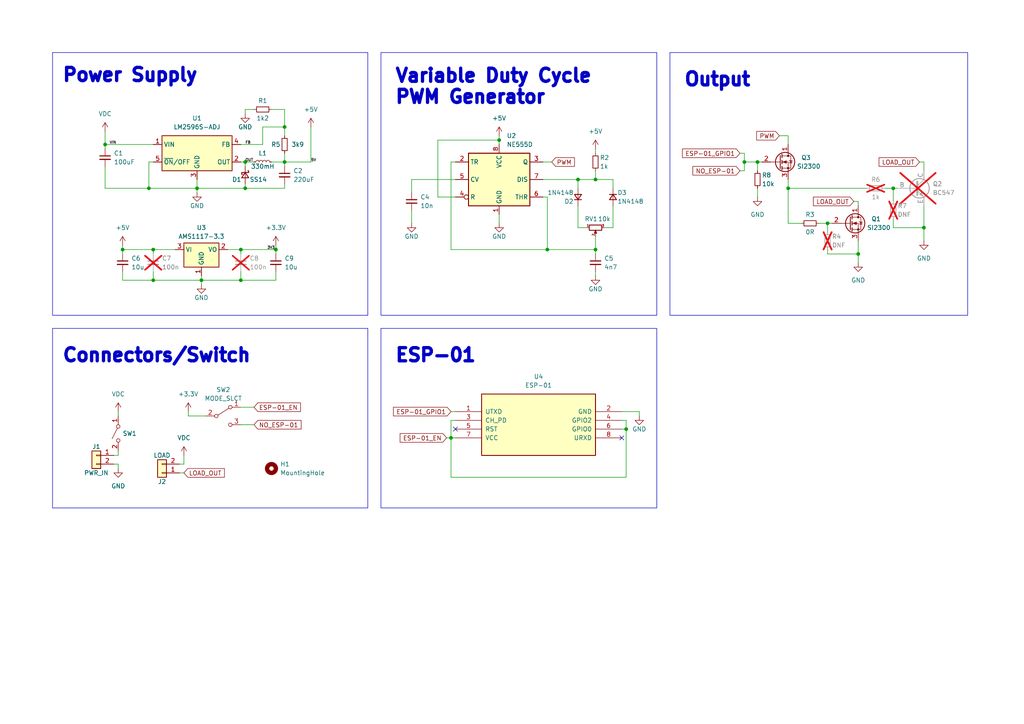
<source format=kicad_sch>
(kicad_sch (version 20230121) (generator eeschema)

  (uuid 47801e0b-541f-47e8-b0a6-ff7a0f278041)

  (paper "A4")

  (title_block
    (title "LED Driver")
    (rev "V1.1")
    (company "Potpurri")
  )

  (lib_symbols
    (symbol "Connector_Generic:Conn_01x02" (pin_names (offset 1.016) hide) (in_bom yes) (on_board yes)
      (property "Reference" "J" (at 0 2.54 0)
        (effects (font (size 1.27 1.27)))
      )
      (property "Value" "Conn_01x02" (at 0 -5.08 0)
        (effects (font (size 1.27 1.27)))
      )
      (property "Footprint" "" (at 0 0 0)
        (effects (font (size 1.27 1.27)) hide)
      )
      (property "Datasheet" "~" (at 0 0 0)
        (effects (font (size 1.27 1.27)) hide)
      )
      (property "ki_keywords" "connector" (at 0 0 0)
        (effects (font (size 1.27 1.27)) hide)
      )
      (property "ki_description" "Generic connector, single row, 01x02, script generated (kicad-library-utils/schlib/autogen/connector/)" (at 0 0 0)
        (effects (font (size 1.27 1.27)) hide)
      )
      (property "ki_fp_filters" "Connector*:*_1x??_*" (at 0 0 0)
        (effects (font (size 1.27 1.27)) hide)
      )
      (symbol "Conn_01x02_1_1"
        (rectangle (start -1.27 -2.413) (end 0 -2.667)
          (stroke (width 0.1524) (type default))
          (fill (type none))
        )
        (rectangle (start -1.27 0.127) (end 0 -0.127)
          (stroke (width 0.1524) (type default))
          (fill (type none))
        )
        (rectangle (start -1.27 1.27) (end 1.27 -3.81)
          (stroke (width 0.254) (type default))
          (fill (type background))
        )
        (pin passive line (at -5.08 0 0) (length 3.81)
          (name "Pin_1" (effects (font (size 1.27 1.27))))
          (number "1" (effects (font (size 1.27 1.27))))
        )
        (pin passive line (at -5.08 -2.54 0) (length 3.81)
          (name "Pin_2" (effects (font (size 1.27 1.27))))
          (number "2" (effects (font (size 1.27 1.27))))
        )
      )
    )
    (symbol "Device:C_Small" (pin_numbers hide) (pin_names (offset 0.254) hide) (in_bom yes) (on_board yes)
      (property "Reference" "C" (at 0.254 1.778 0)
        (effects (font (size 1.27 1.27)) (justify left))
      )
      (property "Value" "C_Small" (at 0.254 -2.032 0)
        (effects (font (size 1.27 1.27)) (justify left))
      )
      (property "Footprint" "" (at 0 0 0)
        (effects (font (size 1.27 1.27)) hide)
      )
      (property "Datasheet" "~" (at 0 0 0)
        (effects (font (size 1.27 1.27)) hide)
      )
      (property "ki_keywords" "capacitor cap" (at 0 0 0)
        (effects (font (size 1.27 1.27)) hide)
      )
      (property "ki_description" "Unpolarized capacitor, small symbol" (at 0 0 0)
        (effects (font (size 1.27 1.27)) hide)
      )
      (property "ki_fp_filters" "C_*" (at 0 0 0)
        (effects (font (size 1.27 1.27)) hide)
      )
      (symbol "C_Small_0_1"
        (polyline
          (pts
            (xy -1.524 -0.508)
            (xy 1.524 -0.508)
          )
          (stroke (width 0.3302) (type default))
          (fill (type none))
        )
        (polyline
          (pts
            (xy -1.524 0.508)
            (xy 1.524 0.508)
          )
          (stroke (width 0.3048) (type default))
          (fill (type none))
        )
      )
      (symbol "C_Small_1_1"
        (pin passive line (at 0 2.54 270) (length 2.032)
          (name "~" (effects (font (size 1.27 1.27))))
          (number "1" (effects (font (size 1.27 1.27))))
        )
        (pin passive line (at 0 -2.54 90) (length 2.032)
          (name "~" (effects (font (size 1.27 1.27))))
          (number "2" (effects (font (size 1.27 1.27))))
        )
      )
    )
    (symbol "Device:D_Schottky_Small" (pin_numbers hide) (pin_names (offset 0.254) hide) (in_bom yes) (on_board yes)
      (property "Reference" "D" (at -1.27 2.032 0)
        (effects (font (size 1.27 1.27)) (justify left))
      )
      (property "Value" "D_Schottky_Small" (at -7.112 -2.032 0)
        (effects (font (size 1.27 1.27)) (justify left))
      )
      (property "Footprint" "" (at 0 0 90)
        (effects (font (size 1.27 1.27)) hide)
      )
      (property "Datasheet" "~" (at 0 0 90)
        (effects (font (size 1.27 1.27)) hide)
      )
      (property "ki_keywords" "diode Schottky" (at 0 0 0)
        (effects (font (size 1.27 1.27)) hide)
      )
      (property "ki_description" "Schottky diode, small symbol" (at 0 0 0)
        (effects (font (size 1.27 1.27)) hide)
      )
      (property "ki_fp_filters" "TO-???* *_Diode_* *SingleDiode* D_*" (at 0 0 0)
        (effects (font (size 1.27 1.27)) hide)
      )
      (symbol "D_Schottky_Small_0_1"
        (polyline
          (pts
            (xy -0.762 0)
            (xy 0.762 0)
          )
          (stroke (width 0) (type default))
          (fill (type none))
        )
        (polyline
          (pts
            (xy 0.762 -1.016)
            (xy -0.762 0)
            (xy 0.762 1.016)
            (xy 0.762 -1.016)
          )
          (stroke (width 0.254) (type default))
          (fill (type none))
        )
        (polyline
          (pts
            (xy -1.27 0.762)
            (xy -1.27 1.016)
            (xy -0.762 1.016)
            (xy -0.762 -1.016)
            (xy -0.254 -1.016)
            (xy -0.254 -0.762)
          )
          (stroke (width 0.254) (type default))
          (fill (type none))
        )
      )
      (symbol "D_Schottky_Small_1_1"
        (pin passive line (at -2.54 0 0) (length 1.778)
          (name "K" (effects (font (size 1.27 1.27))))
          (number "1" (effects (font (size 1.27 1.27))))
        )
        (pin passive line (at 2.54 0 180) (length 1.778)
          (name "A" (effects (font (size 1.27 1.27))))
          (number "2" (effects (font (size 1.27 1.27))))
        )
      )
    )
    (symbol "Device:D_Small" (pin_numbers hide) (pin_names (offset 0.254) hide) (in_bom yes) (on_board yes)
      (property "Reference" "D" (at -1.27 2.032 0)
        (effects (font (size 1.27 1.27)) (justify left))
      )
      (property "Value" "D_Small" (at -3.81 -2.032 0)
        (effects (font (size 1.27 1.27)) (justify left))
      )
      (property "Footprint" "" (at 0 0 90)
        (effects (font (size 1.27 1.27)) hide)
      )
      (property "Datasheet" "~" (at 0 0 90)
        (effects (font (size 1.27 1.27)) hide)
      )
      (property "Sim.Device" "D" (at 0 0 0)
        (effects (font (size 1.27 1.27)) hide)
      )
      (property "Sim.Pins" "1=K 2=A" (at 0 0 0)
        (effects (font (size 1.27 1.27)) hide)
      )
      (property "ki_keywords" "diode" (at 0 0 0)
        (effects (font (size 1.27 1.27)) hide)
      )
      (property "ki_description" "Diode, small symbol" (at 0 0 0)
        (effects (font (size 1.27 1.27)) hide)
      )
      (property "ki_fp_filters" "TO-???* *_Diode_* *SingleDiode* D_*" (at 0 0 0)
        (effects (font (size 1.27 1.27)) hide)
      )
      (symbol "D_Small_0_1"
        (polyline
          (pts
            (xy -0.762 -1.016)
            (xy -0.762 1.016)
          )
          (stroke (width 0.254) (type default))
          (fill (type none))
        )
        (polyline
          (pts
            (xy -0.762 0)
            (xy 0.762 0)
          )
          (stroke (width 0) (type default))
          (fill (type none))
        )
        (polyline
          (pts
            (xy 0.762 -1.016)
            (xy -0.762 0)
            (xy 0.762 1.016)
            (xy 0.762 -1.016)
          )
          (stroke (width 0.254) (type default))
          (fill (type none))
        )
      )
      (symbol "D_Small_1_1"
        (pin passive line (at -2.54 0 0) (length 1.778)
          (name "K" (effects (font (size 1.27 1.27))))
          (number "1" (effects (font (size 1.27 1.27))))
        )
        (pin passive line (at 2.54 0 180) (length 1.778)
          (name "A" (effects (font (size 1.27 1.27))))
          (number "2" (effects (font (size 1.27 1.27))))
        )
      )
    )
    (symbol "Device:L_Small" (pin_numbers hide) (pin_names (offset 0.254) hide) (in_bom yes) (on_board yes)
      (property "Reference" "L" (at 0.762 1.016 0)
        (effects (font (size 1.27 1.27)) (justify left))
      )
      (property "Value" "L_Small" (at 0.762 -1.016 0)
        (effects (font (size 1.27 1.27)) (justify left))
      )
      (property "Footprint" "" (at 0 0 0)
        (effects (font (size 1.27 1.27)) hide)
      )
      (property "Datasheet" "~" (at 0 0 0)
        (effects (font (size 1.27 1.27)) hide)
      )
      (property "ki_keywords" "inductor choke coil reactor magnetic" (at 0 0 0)
        (effects (font (size 1.27 1.27)) hide)
      )
      (property "ki_description" "Inductor, small symbol" (at 0 0 0)
        (effects (font (size 1.27 1.27)) hide)
      )
      (property "ki_fp_filters" "Choke_* *Coil* Inductor_* L_*" (at 0 0 0)
        (effects (font (size 1.27 1.27)) hide)
      )
      (symbol "L_Small_0_1"
        (arc (start 0 -2.032) (mid 0.5058 -1.524) (end 0 -1.016)
          (stroke (width 0) (type default))
          (fill (type none))
        )
        (arc (start 0 -1.016) (mid 0.5058 -0.508) (end 0 0)
          (stroke (width 0) (type default))
          (fill (type none))
        )
        (arc (start 0 0) (mid 0.5058 0.508) (end 0 1.016)
          (stroke (width 0) (type default))
          (fill (type none))
        )
        (arc (start 0 1.016) (mid 0.5058 1.524) (end 0 2.032)
          (stroke (width 0) (type default))
          (fill (type none))
        )
      )
      (symbol "L_Small_1_1"
        (pin passive line (at 0 2.54 270) (length 0.508)
          (name "~" (effects (font (size 1.27 1.27))))
          (number "1" (effects (font (size 1.27 1.27))))
        )
        (pin passive line (at 0 -2.54 90) (length 0.508)
          (name "~" (effects (font (size 1.27 1.27))))
          (number "2" (effects (font (size 1.27 1.27))))
        )
      )
    )
    (symbol "Device:Q_NMOS_DGS" (pin_names (offset 0) hide) (in_bom yes) (on_board yes)
      (property "Reference" "Q" (at 5.08 1.27 0)
        (effects (font (size 1.27 1.27)) (justify left))
      )
      (property "Value" "Q_NMOS_DGS" (at 5.08 -1.27 0)
        (effects (font (size 1.27 1.27)) (justify left))
      )
      (property "Footprint" "" (at 5.08 2.54 0)
        (effects (font (size 1.27 1.27)) hide)
      )
      (property "Datasheet" "~" (at 0 0 0)
        (effects (font (size 1.27 1.27)) hide)
      )
      (property "ki_keywords" "transistor NMOS N-MOS N-MOSFET" (at 0 0 0)
        (effects (font (size 1.27 1.27)) hide)
      )
      (property "ki_description" "N-MOSFET transistor, drain/gate/source" (at 0 0 0)
        (effects (font (size 1.27 1.27)) hide)
      )
      (symbol "Q_NMOS_DGS_0_1"
        (polyline
          (pts
            (xy 0.254 0)
            (xy -2.54 0)
          )
          (stroke (width 0) (type default))
          (fill (type none))
        )
        (polyline
          (pts
            (xy 0.254 1.905)
            (xy 0.254 -1.905)
          )
          (stroke (width 0.254) (type default))
          (fill (type none))
        )
        (polyline
          (pts
            (xy 0.762 -1.27)
            (xy 0.762 -2.286)
          )
          (stroke (width 0.254) (type default))
          (fill (type none))
        )
        (polyline
          (pts
            (xy 0.762 0.508)
            (xy 0.762 -0.508)
          )
          (stroke (width 0.254) (type default))
          (fill (type none))
        )
        (polyline
          (pts
            (xy 0.762 2.286)
            (xy 0.762 1.27)
          )
          (stroke (width 0.254) (type default))
          (fill (type none))
        )
        (polyline
          (pts
            (xy 2.54 2.54)
            (xy 2.54 1.778)
          )
          (stroke (width 0) (type default))
          (fill (type none))
        )
        (polyline
          (pts
            (xy 2.54 -2.54)
            (xy 2.54 0)
            (xy 0.762 0)
          )
          (stroke (width 0) (type default))
          (fill (type none))
        )
        (polyline
          (pts
            (xy 0.762 -1.778)
            (xy 3.302 -1.778)
            (xy 3.302 1.778)
            (xy 0.762 1.778)
          )
          (stroke (width 0) (type default))
          (fill (type none))
        )
        (polyline
          (pts
            (xy 1.016 0)
            (xy 2.032 0.381)
            (xy 2.032 -0.381)
            (xy 1.016 0)
          )
          (stroke (width 0) (type default))
          (fill (type outline))
        )
        (polyline
          (pts
            (xy 2.794 0.508)
            (xy 2.921 0.381)
            (xy 3.683 0.381)
            (xy 3.81 0.254)
          )
          (stroke (width 0) (type default))
          (fill (type none))
        )
        (polyline
          (pts
            (xy 3.302 0.381)
            (xy 2.921 -0.254)
            (xy 3.683 -0.254)
            (xy 3.302 0.381)
          )
          (stroke (width 0) (type default))
          (fill (type none))
        )
        (circle (center 1.651 0) (radius 2.794)
          (stroke (width 0.254) (type default))
          (fill (type none))
        )
        (circle (center 2.54 -1.778) (radius 0.254)
          (stroke (width 0) (type default))
          (fill (type outline))
        )
        (circle (center 2.54 1.778) (radius 0.254)
          (stroke (width 0) (type default))
          (fill (type outline))
        )
      )
      (symbol "Q_NMOS_DGS_1_1"
        (pin passive line (at 2.54 5.08 270) (length 2.54)
          (name "D" (effects (font (size 1.27 1.27))))
          (number "1" (effects (font (size 1.27 1.27))))
        )
        (pin input line (at -5.08 0 0) (length 2.54)
          (name "G" (effects (font (size 1.27 1.27))))
          (number "2" (effects (font (size 1.27 1.27))))
        )
        (pin passive line (at 2.54 -5.08 90) (length 2.54)
          (name "S" (effects (font (size 1.27 1.27))))
          (number "3" (effects (font (size 1.27 1.27))))
        )
      )
    )
    (symbol "Device:R_Potentiometer_Small" (pin_names (offset 1.016) hide) (in_bom yes) (on_board yes)
      (property "Reference" "RV" (at -4.445 0 90)
        (effects (font (size 1.27 1.27)))
      )
      (property "Value" "R_Potentiometer_Small" (at -2.54 0 90)
        (effects (font (size 1.27 1.27)))
      )
      (property "Footprint" "" (at 0 0 0)
        (effects (font (size 1.27 1.27)) hide)
      )
      (property "Datasheet" "~" (at 0 0 0)
        (effects (font (size 1.27 1.27)) hide)
      )
      (property "ki_keywords" "resistor variable" (at 0 0 0)
        (effects (font (size 1.27 1.27)) hide)
      )
      (property "ki_description" "Potentiometer" (at 0 0 0)
        (effects (font (size 1.27 1.27)) hide)
      )
      (property "ki_fp_filters" "Potentiometer*" (at 0 0 0)
        (effects (font (size 1.27 1.27)) hide)
      )
      (symbol "R_Potentiometer_Small_0_1"
        (polyline
          (pts
            (xy 0.889 0)
            (xy 0.635 0)
            (xy 1.651 0.381)
            (xy 1.651 -0.381)
            (xy 0.635 0)
            (xy 0.889 0)
          )
          (stroke (width 0) (type default))
          (fill (type outline))
        )
        (rectangle (start 0.762 1.8034) (end -0.762 -1.8034)
          (stroke (width 0.254) (type default))
          (fill (type none))
        )
      )
      (symbol "R_Potentiometer_Small_1_1"
        (pin passive line (at 0 2.54 270) (length 0.635)
          (name "1" (effects (font (size 0.635 0.635))))
          (number "1" (effects (font (size 0.635 0.635))))
        )
        (pin passive line (at 2.54 0 180) (length 0.9906)
          (name "2" (effects (font (size 0.635 0.635))))
          (number "2" (effects (font (size 0.635 0.635))))
        )
        (pin passive line (at 0 -2.54 90) (length 0.635)
          (name "3" (effects (font (size 0.635 0.635))))
          (number "3" (effects (font (size 0.635 0.635))))
        )
      )
    )
    (symbol "Device:R_Small" (pin_numbers hide) (pin_names (offset 0.254) hide) (in_bom yes) (on_board yes)
      (property "Reference" "R" (at 0.762 0.508 0)
        (effects (font (size 1.27 1.27)) (justify left))
      )
      (property "Value" "R_Small" (at 0.762 -1.016 0)
        (effects (font (size 1.27 1.27)) (justify left))
      )
      (property "Footprint" "" (at 0 0 0)
        (effects (font (size 1.27 1.27)) hide)
      )
      (property "Datasheet" "~" (at 0 0 0)
        (effects (font (size 1.27 1.27)) hide)
      )
      (property "ki_keywords" "R resistor" (at 0 0 0)
        (effects (font (size 1.27 1.27)) hide)
      )
      (property "ki_description" "Resistor, small symbol" (at 0 0 0)
        (effects (font (size 1.27 1.27)) hide)
      )
      (property "ki_fp_filters" "R_*" (at 0 0 0)
        (effects (font (size 1.27 1.27)) hide)
      )
      (symbol "R_Small_0_1"
        (rectangle (start -0.762 1.778) (end 0.762 -1.778)
          (stroke (width 0.2032) (type default))
          (fill (type none))
        )
      )
      (symbol "R_Small_1_1"
        (pin passive line (at 0 2.54 270) (length 0.762)
          (name "~" (effects (font (size 1.27 1.27))))
          (number "1" (effects (font (size 1.27 1.27))))
        )
        (pin passive line (at 0 -2.54 90) (length 0.762)
          (name "~" (effects (font (size 1.27 1.27))))
          (number "2" (effects (font (size 1.27 1.27))))
        )
      )
    )
    (symbol "ESP8266:ESP-01v090" (pin_names (offset 1.016)) (in_bom yes) (on_board yes)
      (property "Reference" "U" (at 0 -2.54 0)
        (effects (font (size 1.27 1.27)))
      )
      (property "Value" "ESP-01v090" (at 0 0 0)
        (effects (font (size 1.27 1.27)))
      )
      (property "Footprint" "" (at 0 0 0)
        (effects (font (size 1.27 1.27)) hide)
      )
      (property "Datasheet" "http://l0l.org.uk/2014/12/esp8266-modules-hardware-guide-gotta-catch-em-all/" (at 0 -11.43 0)
        (effects (font (size 1.27 1.27)) hide)
      )
      (property "ki_keywords" "MODULE ESP8266 ESP-8266" (at 0 0 0)
        (effects (font (size 1.27 1.27)) hide)
      )
      (property "ki_description" "ESP8266 ESP-01 module, v090" (at 0 0 0)
        (effects (font (size 1.27 1.27)) hide)
      )
      (property "ki_fp_filters" "ESP-01*" (at 0 0 0)
        (effects (font (size 1.27 1.27)) hide)
      )
      (symbol "ESP-01v090_0_1"
        (rectangle (start -16.51 8.89) (end 16.51 -8.89)
          (stroke (width 0.254) (type default))
          (fill (type background))
        )
      )
      (symbol "ESP-01v090_1_0"
        (rectangle (start -16.51 -8.89) (end 16.51 8.89)
          (stroke (width 0) (type solid))
          (fill (type none))
        )
      )
      (symbol "ESP-01v090_1_1"
        (pin output line (at -24.13 3.81 0) (length 7.62)
          (name "UTXD" (effects (font (size 1.27 1.27))))
          (number "1" (effects (font (size 1.27 1.27))))
        )
        (pin power_in line (at 24.13 3.81 180) (length 7.62)
          (name "GND" (effects (font (size 1.27 1.27))))
          (number "2" (effects (font (size 1.27 1.27))))
        )
        (pin input line (at -24.13 1.27 0) (length 7.62)
          (name "CH_PD" (effects (font (size 1.27 1.27))))
          (number "3" (effects (font (size 1.27 1.27))))
        )
        (pin tri_state line (at 24.13 1.27 180) (length 7.62)
          (name "GPIO2" (effects (font (size 1.27 1.27))))
          (number "4" (effects (font (size 1.27 1.27))))
        )
        (pin input line (at -24.13 -1.27 0) (length 7.62)
          (name "RST" (effects (font (size 1.27 1.27))))
          (number "5" (effects (font (size 1.27 1.27))))
        )
        (pin tri_state line (at 24.13 -1.27 180) (length 7.62)
          (name "GPIO0" (effects (font (size 1.27 1.27))))
          (number "6" (effects (font (size 1.27 1.27))))
        )
        (pin power_in line (at -24.13 -3.81 0) (length 7.62)
          (name "VCC" (effects (font (size 1.27 1.27))))
          (number "7" (effects (font (size 1.27 1.27))))
        )
        (pin input line (at 24.13 -3.81 180) (length 7.62)
          (name "URXD" (effects (font (size 1.27 1.27))))
          (number "8" (effects (font (size 1.27 1.27))))
        )
      )
    )
    (symbol "Mechanical:MountingHole" (pin_names (offset 1.016)) (in_bom yes) (on_board yes)
      (property "Reference" "H" (at 0 5.08 0)
        (effects (font (size 1.27 1.27)))
      )
      (property "Value" "MountingHole" (at 0 3.175 0)
        (effects (font (size 1.27 1.27)))
      )
      (property "Footprint" "" (at 0 0 0)
        (effects (font (size 1.27 1.27)) hide)
      )
      (property "Datasheet" "~" (at 0 0 0)
        (effects (font (size 1.27 1.27)) hide)
      )
      (property "ki_keywords" "mounting hole" (at 0 0 0)
        (effects (font (size 1.27 1.27)) hide)
      )
      (property "ki_description" "Mounting Hole without connection" (at 0 0 0)
        (effects (font (size 1.27 1.27)) hide)
      )
      (property "ki_fp_filters" "MountingHole*" (at 0 0 0)
        (effects (font (size 1.27 1.27)) hide)
      )
      (symbol "MountingHole_0_1"
        (circle (center 0 0) (radius 1.27)
          (stroke (width 1.27) (type default))
          (fill (type none))
        )
      )
    )
    (symbol "Regulator_Linear:AMS1117-3.3" (in_bom yes) (on_board yes)
      (property "Reference" "U" (at -3.81 3.175 0)
        (effects (font (size 1.27 1.27)))
      )
      (property "Value" "AMS1117-3.3" (at 0 3.175 0)
        (effects (font (size 1.27 1.27)) (justify left))
      )
      (property "Footprint" "Package_TO_SOT_SMD:SOT-223-3_TabPin2" (at 0 5.08 0)
        (effects (font (size 1.27 1.27)) hide)
      )
      (property "Datasheet" "http://www.advanced-monolithic.com/pdf/ds1117.pdf" (at 2.54 -6.35 0)
        (effects (font (size 1.27 1.27)) hide)
      )
      (property "ki_keywords" "linear regulator ldo fixed positive" (at 0 0 0)
        (effects (font (size 1.27 1.27)) hide)
      )
      (property "ki_description" "1A Low Dropout regulator, positive, 3.3V fixed output, SOT-223" (at 0 0 0)
        (effects (font (size 1.27 1.27)) hide)
      )
      (property "ki_fp_filters" "SOT?223*TabPin2*" (at 0 0 0)
        (effects (font (size 1.27 1.27)) hide)
      )
      (symbol "AMS1117-3.3_0_1"
        (rectangle (start -5.08 -5.08) (end 5.08 1.905)
          (stroke (width 0.254) (type default))
          (fill (type background))
        )
      )
      (symbol "AMS1117-3.3_1_1"
        (pin power_in line (at 0 -7.62 90) (length 2.54)
          (name "GND" (effects (font (size 1.27 1.27))))
          (number "1" (effects (font (size 1.27 1.27))))
        )
        (pin power_out line (at 7.62 0 180) (length 2.54)
          (name "VO" (effects (font (size 1.27 1.27))))
          (number "2" (effects (font (size 1.27 1.27))))
        )
        (pin power_in line (at -7.62 0 0) (length 2.54)
          (name "VI" (effects (font (size 1.27 1.27))))
          (number "3" (effects (font (size 1.27 1.27))))
        )
      )
    )
    (symbol "Regulator_Switching:LM2596S-ADJ" (in_bom yes) (on_board yes)
      (property "Reference" "U" (at -10.16 6.35 0)
        (effects (font (size 1.27 1.27)) (justify left))
      )
      (property "Value" "LM2596S-ADJ" (at 0 6.35 0)
        (effects (font (size 1.27 1.27)) (justify left))
      )
      (property "Footprint" "Package_TO_SOT_SMD:TO-263-5_TabPin3" (at 1.27 -6.35 0)
        (effects (font (size 1.27 1.27) italic) (justify left) hide)
      )
      (property "Datasheet" "http://www.ti.com/lit/ds/symlink/lm2596.pdf" (at 0 0 0)
        (effects (font (size 1.27 1.27)) hide)
      )
      (property "ki_keywords" "Step-Down Voltage Regulator Adjustable 3A" (at 0 0 0)
        (effects (font (size 1.27 1.27)) hide)
      )
      (property "ki_description" "Adjustable 3A Step-Down Voltage Regulator, TO-263" (at 0 0 0)
        (effects (font (size 1.27 1.27)) hide)
      )
      (property "ki_fp_filters" "TO?263*" (at 0 0 0)
        (effects (font (size 1.27 1.27)) hide)
      )
      (symbol "LM2596S-ADJ_0_1"
        (rectangle (start -10.16 5.08) (end 10.16 -5.08)
          (stroke (width 0.254) (type default))
          (fill (type background))
        )
      )
      (symbol "LM2596S-ADJ_1_1"
        (pin power_in line (at -12.7 2.54 0) (length 2.54)
          (name "VIN" (effects (font (size 1.27 1.27))))
          (number "1" (effects (font (size 1.27 1.27))))
        )
        (pin output line (at 12.7 -2.54 180) (length 2.54)
          (name "OUT" (effects (font (size 1.27 1.27))))
          (number "2" (effects (font (size 1.27 1.27))))
        )
        (pin power_in line (at 0 -7.62 90) (length 2.54)
          (name "GND" (effects (font (size 1.27 1.27))))
          (number "3" (effects (font (size 1.27 1.27))))
        )
        (pin input line (at 12.7 2.54 180) (length 2.54)
          (name "FB" (effects (font (size 1.27 1.27))))
          (number "4" (effects (font (size 1.27 1.27))))
        )
        (pin input line (at -12.7 -2.54 0) (length 2.54)
          (name "~{ON}/OFF" (effects (font (size 1.27 1.27))))
          (number "5" (effects (font (size 1.27 1.27))))
        )
      )
    )
    (symbol "Simulation_SPICE:NPN" (pin_numbers hide) (pin_names (offset 0)) (in_bom yes) (on_board yes)
      (property "Reference" "Q" (at -2.54 7.62 0)
        (effects (font (size 1.27 1.27)))
      )
      (property "Value" "NPN" (at -2.54 5.08 0)
        (effects (font (size 1.27 1.27)))
      )
      (property "Footprint" "" (at 63.5 0 0)
        (effects (font (size 1.27 1.27)) hide)
      )
      (property "Datasheet" "~" (at 63.5 0 0)
        (effects (font (size 1.27 1.27)) hide)
      )
      (property "Sim.Device" "NPN" (at 0 0 0)
        (effects (font (size 1.27 1.27)) hide)
      )
      (property "Sim.Type" "GUMMELPOON" (at 0 0 0)
        (effects (font (size 1.27 1.27)) hide)
      )
      (property "Sim.Pins" "1=C 2=B 3=E" (at 0 0 0)
        (effects (font (size 1.27 1.27)) hide)
      )
      (property "ki_keywords" "simulation" (at 0 0 0)
        (effects (font (size 1.27 1.27)) hide)
      )
      (property "ki_description" "Bipolar transistor symbol for simulation only, substrate tied to the emitter" (at 0 0 0)
        (effects (font (size 1.27 1.27)) hide)
      )
      (symbol "NPN_0_1"
        (polyline
          (pts
            (xy -2.54 0)
            (xy 0.635 0)
          )
          (stroke (width 0.1524) (type default))
          (fill (type none))
        )
        (polyline
          (pts
            (xy 0.635 0.635)
            (xy 2.54 2.54)
          )
          (stroke (width 0) (type default))
          (fill (type none))
        )
        (polyline
          (pts
            (xy 2.794 -1.27)
            (xy 2.794 -1.27)
          )
          (stroke (width 0.1524) (type default))
          (fill (type none))
        )
        (polyline
          (pts
            (xy 2.794 -1.27)
            (xy 2.794 -1.27)
          )
          (stroke (width 0.1524) (type default))
          (fill (type none))
        )
        (polyline
          (pts
            (xy 0.635 -0.635)
            (xy 2.54 -2.54)
            (xy 2.54 -2.54)
          )
          (stroke (width 0) (type default))
          (fill (type none))
        )
        (polyline
          (pts
            (xy 0.635 1.905)
            (xy 0.635 -1.905)
            (xy 0.635 -1.905)
          )
          (stroke (width 0.508) (type default))
          (fill (type none))
        )
        (polyline
          (pts
            (xy 1.27 -1.778)
            (xy 1.778 -1.27)
            (xy 2.286 -2.286)
            (xy 1.27 -1.778)
            (xy 1.27 -1.778)
          )
          (stroke (width 0) (type default))
          (fill (type outline))
        )
        (circle (center 1.27 0) (radius 2.8194)
          (stroke (width 0.254) (type default))
          (fill (type none))
        )
      )
      (symbol "NPN_1_1"
        (pin open_collector line (at 2.54 5.08 270) (length 2.54)
          (name "C" (effects (font (size 1.27 1.27))))
          (number "1" (effects (font (size 1.27 1.27))))
        )
        (pin input line (at -5.08 0 0) (length 2.54)
          (name "B" (effects (font (size 1.27 1.27))))
          (number "2" (effects (font (size 1.27 1.27))))
        )
        (pin open_emitter line (at 2.54 -5.08 90) (length 2.54)
          (name "E" (effects (font (size 1.27 1.27))))
          (number "3" (effects (font (size 1.27 1.27))))
        )
      )
    )
    (symbol "Switch:SW_SPDT" (pin_names (offset 0) hide) (in_bom yes) (on_board yes)
      (property "Reference" "SW" (at 0 4.318 0)
        (effects (font (size 1.27 1.27)))
      )
      (property "Value" "SW_SPDT" (at 0 -5.08 0)
        (effects (font (size 1.27 1.27)))
      )
      (property "Footprint" "" (at 0 0 0)
        (effects (font (size 1.27 1.27)) hide)
      )
      (property "Datasheet" "~" (at 0 0 0)
        (effects (font (size 1.27 1.27)) hide)
      )
      (property "ki_keywords" "switch single-pole double-throw spdt ON-ON" (at 0 0 0)
        (effects (font (size 1.27 1.27)) hide)
      )
      (property "ki_description" "Switch, single pole double throw" (at 0 0 0)
        (effects (font (size 1.27 1.27)) hide)
      )
      (symbol "SW_SPDT_0_0"
        (circle (center -2.032 0) (radius 0.508)
          (stroke (width 0) (type default))
          (fill (type none))
        )
        (circle (center 2.032 -2.54) (radius 0.508)
          (stroke (width 0) (type default))
          (fill (type none))
        )
      )
      (symbol "SW_SPDT_0_1"
        (polyline
          (pts
            (xy -1.524 0.254)
            (xy 1.651 2.286)
          )
          (stroke (width 0) (type default))
          (fill (type none))
        )
        (circle (center 2.032 2.54) (radius 0.508)
          (stroke (width 0) (type default))
          (fill (type none))
        )
      )
      (symbol "SW_SPDT_1_1"
        (pin passive line (at 5.08 2.54 180) (length 2.54)
          (name "A" (effects (font (size 1.27 1.27))))
          (number "1" (effects (font (size 1.27 1.27))))
        )
        (pin passive line (at -5.08 0 0) (length 2.54)
          (name "B" (effects (font (size 1.27 1.27))))
          (number "2" (effects (font (size 1.27 1.27))))
        )
        (pin passive line (at 5.08 -2.54 180) (length 2.54)
          (name "C" (effects (font (size 1.27 1.27))))
          (number "3" (effects (font (size 1.27 1.27))))
        )
      )
    )
    (symbol "Switch:SW_SPST" (pin_names (offset 0) hide) (in_bom yes) (on_board yes)
      (property "Reference" "SW" (at 0 3.175 0)
        (effects (font (size 1.27 1.27)))
      )
      (property "Value" "SW_SPST" (at 0 -2.54 0)
        (effects (font (size 1.27 1.27)))
      )
      (property "Footprint" "" (at 0 0 0)
        (effects (font (size 1.27 1.27)) hide)
      )
      (property "Datasheet" "~" (at 0 0 0)
        (effects (font (size 1.27 1.27)) hide)
      )
      (property "ki_keywords" "switch lever" (at 0 0 0)
        (effects (font (size 1.27 1.27)) hide)
      )
      (property "ki_description" "Single Pole Single Throw (SPST) switch" (at 0 0 0)
        (effects (font (size 1.27 1.27)) hide)
      )
      (symbol "SW_SPST_0_0"
        (circle (center -2.032 0) (radius 0.508)
          (stroke (width 0) (type default))
          (fill (type none))
        )
        (polyline
          (pts
            (xy -1.524 0.254)
            (xy 1.524 1.778)
          )
          (stroke (width 0) (type default))
          (fill (type none))
        )
        (circle (center 2.032 0) (radius 0.508)
          (stroke (width 0) (type default))
          (fill (type none))
        )
      )
      (symbol "SW_SPST_1_1"
        (pin passive line (at -5.08 0 0) (length 2.54)
          (name "A" (effects (font (size 1.27 1.27))))
          (number "1" (effects (font (size 1.27 1.27))))
        )
        (pin passive line (at 5.08 0 180) (length 2.54)
          (name "B" (effects (font (size 1.27 1.27))))
          (number "2" (effects (font (size 1.27 1.27))))
        )
      )
    )
    (symbol "Timer:NE555D" (in_bom yes) (on_board yes)
      (property "Reference" "U" (at -10.16 8.89 0)
        (effects (font (size 1.27 1.27)) (justify left))
      )
      (property "Value" "NE555D" (at 2.54 8.89 0)
        (effects (font (size 1.27 1.27)) (justify left))
      )
      (property "Footprint" "Package_SO:SOIC-8_3.9x4.9mm_P1.27mm" (at 21.59 -10.16 0)
        (effects (font (size 1.27 1.27)) hide)
      )
      (property "Datasheet" "http://www.ti.com/lit/ds/symlink/ne555.pdf" (at 21.59 -10.16 0)
        (effects (font (size 1.27 1.27)) hide)
      )
      (property "ki_keywords" "single timer 555" (at 0 0 0)
        (effects (font (size 1.27 1.27)) hide)
      )
      (property "ki_description" "Precision Timers, 555 compatible, SOIC-8" (at 0 0 0)
        (effects (font (size 1.27 1.27)) hide)
      )
      (property "ki_fp_filters" "SOIC*3.9x4.9mm*P1.27mm*" (at 0 0 0)
        (effects (font (size 1.27 1.27)) hide)
      )
      (symbol "NE555D_0_0"
        (pin power_in line (at 0 -10.16 90) (length 2.54)
          (name "GND" (effects (font (size 1.27 1.27))))
          (number "1" (effects (font (size 1.27 1.27))))
        )
        (pin power_in line (at 0 10.16 270) (length 2.54)
          (name "VCC" (effects (font (size 1.27 1.27))))
          (number "8" (effects (font (size 1.27 1.27))))
        )
      )
      (symbol "NE555D_0_1"
        (rectangle (start -8.89 -7.62) (end 8.89 7.62)
          (stroke (width 0.254) (type default))
          (fill (type background))
        )
        (rectangle (start -8.89 -7.62) (end 8.89 7.62)
          (stroke (width 0.254) (type default))
          (fill (type background))
        )
      )
      (symbol "NE555D_1_1"
        (pin input line (at -12.7 5.08 0) (length 3.81)
          (name "TR" (effects (font (size 1.27 1.27))))
          (number "2" (effects (font (size 1.27 1.27))))
        )
        (pin output line (at 12.7 5.08 180) (length 3.81)
          (name "Q" (effects (font (size 1.27 1.27))))
          (number "3" (effects (font (size 1.27 1.27))))
        )
        (pin input inverted (at -12.7 -5.08 0) (length 3.81)
          (name "R" (effects (font (size 1.27 1.27))))
          (number "4" (effects (font (size 1.27 1.27))))
        )
        (pin input line (at -12.7 0 0) (length 3.81)
          (name "CV" (effects (font (size 1.27 1.27))))
          (number "5" (effects (font (size 1.27 1.27))))
        )
        (pin input line (at 12.7 -5.08 180) (length 3.81)
          (name "THR" (effects (font (size 1.27 1.27))))
          (number "6" (effects (font (size 1.27 1.27))))
        )
        (pin input line (at 12.7 0 180) (length 3.81)
          (name "DIS" (effects (font (size 1.27 1.27))))
          (number "7" (effects (font (size 1.27 1.27))))
        )
      )
    )
    (symbol "power:+3.3V" (power) (pin_names (offset 0)) (in_bom yes) (on_board yes)
      (property "Reference" "#PWR" (at 0 -3.81 0)
        (effects (font (size 1.27 1.27)) hide)
      )
      (property "Value" "+3.3V" (at 0 3.556 0)
        (effects (font (size 1.27 1.27)))
      )
      (property "Footprint" "" (at 0 0 0)
        (effects (font (size 1.27 1.27)) hide)
      )
      (property "Datasheet" "" (at 0 0 0)
        (effects (font (size 1.27 1.27)) hide)
      )
      (property "ki_keywords" "global power" (at 0 0 0)
        (effects (font (size 1.27 1.27)) hide)
      )
      (property "ki_description" "Power symbol creates a global label with name \"+3.3V\"" (at 0 0 0)
        (effects (font (size 1.27 1.27)) hide)
      )
      (symbol "+3.3V_0_1"
        (polyline
          (pts
            (xy -0.762 1.27)
            (xy 0 2.54)
          )
          (stroke (width 0) (type default))
          (fill (type none))
        )
        (polyline
          (pts
            (xy 0 0)
            (xy 0 2.54)
          )
          (stroke (width 0) (type default))
          (fill (type none))
        )
        (polyline
          (pts
            (xy 0 2.54)
            (xy 0.762 1.27)
          )
          (stroke (width 0) (type default))
          (fill (type none))
        )
      )
      (symbol "+3.3V_1_1"
        (pin power_in line (at 0 0 90) (length 0) hide
          (name "+3.3V" (effects (font (size 1.27 1.27))))
          (number "1" (effects (font (size 1.27 1.27))))
        )
      )
    )
    (symbol "power:+5V" (power) (pin_names (offset 0)) (in_bom yes) (on_board yes)
      (property "Reference" "#PWR" (at 0 -3.81 0)
        (effects (font (size 1.27 1.27)) hide)
      )
      (property "Value" "+5V" (at 0 3.556 0)
        (effects (font (size 1.27 1.27)))
      )
      (property "Footprint" "" (at 0 0 0)
        (effects (font (size 1.27 1.27)) hide)
      )
      (property "Datasheet" "" (at 0 0 0)
        (effects (font (size 1.27 1.27)) hide)
      )
      (property "ki_keywords" "global power" (at 0 0 0)
        (effects (font (size 1.27 1.27)) hide)
      )
      (property "ki_description" "Power symbol creates a global label with name \"+5V\"" (at 0 0 0)
        (effects (font (size 1.27 1.27)) hide)
      )
      (symbol "+5V_0_1"
        (polyline
          (pts
            (xy -0.762 1.27)
            (xy 0 2.54)
          )
          (stroke (width 0) (type default))
          (fill (type none))
        )
        (polyline
          (pts
            (xy 0 0)
            (xy 0 2.54)
          )
          (stroke (width 0) (type default))
          (fill (type none))
        )
        (polyline
          (pts
            (xy 0 2.54)
            (xy 0.762 1.27)
          )
          (stroke (width 0) (type default))
          (fill (type none))
        )
      )
      (symbol "+5V_1_1"
        (pin power_in line (at 0 0 90) (length 0) hide
          (name "+5V" (effects (font (size 1.27 1.27))))
          (number "1" (effects (font (size 1.27 1.27))))
        )
      )
    )
    (symbol "power:GND" (power) (pin_names (offset 0)) (in_bom yes) (on_board yes)
      (property "Reference" "#PWR" (at 0 -6.35 0)
        (effects (font (size 1.27 1.27)) hide)
      )
      (property "Value" "GND" (at 0 -3.81 0)
        (effects (font (size 1.27 1.27)))
      )
      (property "Footprint" "" (at 0 0 0)
        (effects (font (size 1.27 1.27)) hide)
      )
      (property "Datasheet" "" (at 0 0 0)
        (effects (font (size 1.27 1.27)) hide)
      )
      (property "ki_keywords" "global power" (at 0 0 0)
        (effects (font (size 1.27 1.27)) hide)
      )
      (property "ki_description" "Power symbol creates a global label with name \"GND\" , ground" (at 0 0 0)
        (effects (font (size 1.27 1.27)) hide)
      )
      (symbol "GND_0_1"
        (polyline
          (pts
            (xy 0 0)
            (xy 0 -1.27)
            (xy 1.27 -1.27)
            (xy 0 -2.54)
            (xy -1.27 -1.27)
            (xy 0 -1.27)
          )
          (stroke (width 0) (type default))
          (fill (type none))
        )
      )
      (symbol "GND_1_1"
        (pin power_in line (at 0 0 270) (length 0) hide
          (name "GND" (effects (font (size 1.27 1.27))))
          (number "1" (effects (font (size 1.27 1.27))))
        )
      )
    )
    (symbol "power:VDC" (power) (pin_names (offset 0)) (in_bom yes) (on_board yes)
      (property "Reference" "#PWR" (at 0 -2.54 0)
        (effects (font (size 1.27 1.27)) hide)
      )
      (property "Value" "VDC" (at 0 6.35 0)
        (effects (font (size 1.27 1.27)))
      )
      (property "Footprint" "" (at 0 0 0)
        (effects (font (size 1.27 1.27)) hide)
      )
      (property "Datasheet" "" (at 0 0 0)
        (effects (font (size 1.27 1.27)) hide)
      )
      (property "ki_keywords" "global power" (at 0 0 0)
        (effects (font (size 1.27 1.27)) hide)
      )
      (property "ki_description" "Power symbol creates a global label with name \"VDC\"" (at 0 0 0)
        (effects (font (size 1.27 1.27)) hide)
      )
      (symbol "VDC_0_1"
        (polyline
          (pts
            (xy -0.762 1.27)
            (xy 0 2.54)
          )
          (stroke (width 0) (type default))
          (fill (type none))
        )
        (polyline
          (pts
            (xy 0 0)
            (xy 0 2.54)
          )
          (stroke (width 0) (type default))
          (fill (type none))
        )
        (polyline
          (pts
            (xy 0 2.54)
            (xy 0.762 1.27)
          )
          (stroke (width 0) (type default))
          (fill (type none))
        )
      )
      (symbol "VDC_1_1"
        (pin power_in line (at 0 0 90) (length 0) hide
          (name "VDC" (effects (font (size 1.27 1.27))))
          (number "1" (effects (font (size 1.27 1.27))))
        )
      )
    )
  )

  (junction (at 30.48 41.91) (diameter 0) (color 0 0 0 0)
    (uuid 08e1e2a7-cef3-4a1d-b1b8-c598cdb68132)
  )
  (junction (at 181.61 124.46) (diameter 0) (color 0 0 0 0)
    (uuid 1324ad93-b753-4ead-8111-9cd2ea621ccc)
  )
  (junction (at 267.97 66.04) (diameter 0) (color 0 0 0 0)
    (uuid 1c3e077c-8943-4926-a016-70469b687633)
  )
  (junction (at 219.71 46.99) (diameter 0) (color 0 0 0 0)
    (uuid 20f06f23-4f8d-495d-9ac3-aba11fcce834)
  )
  (junction (at 69.85 72.39) (diameter 0) (color 0 0 0 0)
    (uuid 28c8007c-1866-41c6-8260-e2f248fc97a2)
  )
  (junction (at 259.08 54.61) (diameter 0) (color 0 0 0 0)
    (uuid 3343e189-3352-42ef-b65a-b2209a15db09)
  )
  (junction (at 80.01 72.39) (diameter 0) (color 0 0 0 0)
    (uuid 34cc5028-526d-43c4-adf9-4be33c3a018c)
  )
  (junction (at 215.9 46.99) (diameter 0) (color 0 0 0 0)
    (uuid 4e8a74d6-5074-464b-b071-6514a048e04d)
  )
  (junction (at 58.42 81.28) (diameter 0) (color 0 0 0 0)
    (uuid 54de0649-959d-4731-b34c-c3d7635123da)
  )
  (junction (at 172.72 72.39) (diameter 0) (color 0 0 0 0)
    (uuid 66d3c236-3ef5-41ef-985d-86ee8094363e)
  )
  (junction (at 82.55 46.99) (diameter 0) (color 0 0 0 0)
    (uuid 717369b7-1621-4a39-8800-a6a2484681a3)
  )
  (junction (at 43.18 54.61) (diameter 0) (color 0 0 0 0)
    (uuid 8152a848-a71e-4b29-87c7-bcd09892ea1d)
  )
  (junction (at 82.55 36.83) (diameter 0) (color 0 0 0 0)
    (uuid 90fe1069-2aa7-4ef0-9bfd-63daa74da6e4)
  )
  (junction (at 69.85 81.28) (diameter 0) (color 0 0 0 0)
    (uuid 981737c3-f593-4249-acfb-5017b76e1510)
  )
  (junction (at 35.56 72.39) (diameter 0) (color 0 0 0 0)
    (uuid 981f79b5-1a0f-4dcf-a2c3-35b4459db464)
  )
  (junction (at 144.78 40.64) (diameter 0) (color 0 0 0 0)
    (uuid 993db696-cf3a-43e0-b580-8b6681e397e0)
  )
  (junction (at 71.12 54.61) (diameter 0) (color 0 0 0 0)
    (uuid 9ac3ea62-2db7-42b2-9226-4c0bc3d9e79f)
  )
  (junction (at 158.75 72.39) (diameter 0) (color 0 0 0 0)
    (uuid b862860c-fa73-4bc7-a38f-9da4aacfafbb)
  )
  (junction (at 44.45 72.39) (diameter 0) (color 0 0 0 0)
    (uuid c9a8658e-a81c-46e0-a183-1ee7b5cdc7dc)
  )
  (junction (at 44.45 81.28) (diameter 0) (color 0 0 0 0)
    (uuid d0b9a49c-0c58-494d-a3d6-440ec6d3fd0b)
  )
  (junction (at 71.12 46.99) (diameter 0) (color 0 0 0 0)
    (uuid d4187b88-8c66-4157-aa73-5416cf354f50)
  )
  (junction (at 228.6 54.61) (diameter 0) (color 0 0 0 0)
    (uuid eb0feb03-db47-40ef-884b-64aa1ceb23ae)
  )
  (junction (at 248.92 73.66) (diameter 0) (color 0 0 0 0)
    (uuid f43483ba-2946-48b0-8467-e47cb8100551)
  )
  (junction (at 57.15 54.61) (diameter 0) (color 0 0 0 0)
    (uuid f5763cac-62db-43e3-a3c7-ce7503c86961)
  )
  (junction (at 240.03 64.77) (diameter 0) (color 0 0 0 0)
    (uuid f6a27efe-b902-48bd-bce2-d7fc228bfdf3)
  )
  (junction (at 130.81 127) (diameter 0) (color 0 0 0 0)
    (uuid fb4a658a-c11e-4711-a71d-a9f6774f7511)
  )
  (junction (at 172.72 52.07) (diameter 0) (color 0 0 0 0)
    (uuid fdd05ccf-ed06-4b28-9ce2-ff2f3bebe98c)
  )
  (junction (at 167.64 52.07) (diameter 0) (color 0 0 0 0)
    (uuid fff54456-5918-4486-b01b-8fdaa218685e)
  )

  (no_connect (at 180.34 127) (uuid 5884d39b-7732-4411-a434-24f316389a74))
  (no_connect (at 132.08 124.46) (uuid 6011d833-309a-43a7-82fa-b9451d3dfbb4))

  (wire (pts (xy 58.42 80.01) (xy 58.42 81.28))
    (stroke (width 0) (type default))
    (uuid 022e387c-f4d0-4152-a218-4941e8c8ed54)
  )
  (wire (pts (xy 30.48 38.1) (xy 30.48 41.91))
    (stroke (width 0) (type default))
    (uuid 04d0d7a4-f072-46f7-bff6-83ec3c0d9682)
  )
  (wire (pts (xy 71.12 53.34) (xy 71.12 54.61))
    (stroke (width 0) (type default))
    (uuid 05452347-c2e7-4cff-b2b0-596e0ac93db1)
  )
  (wire (pts (xy 57.15 54.61) (xy 57.15 55.88))
    (stroke (width 0) (type default))
    (uuid 09bb2bac-233f-4c92-9511-59c8ed4bbbd1)
  )
  (wire (pts (xy 119.38 52.07) (xy 119.38 55.88))
    (stroke (width 0) (type default))
    (uuid 11dbeeb7-c3bd-4134-b808-7229a3a53b53)
  )
  (wire (pts (xy 214.63 44.45) (xy 215.9 44.45))
    (stroke (width 0) (type default))
    (uuid 14830ec3-5f97-4af7-a4f0-721447ac190e)
  )
  (wire (pts (xy 57.15 54.61) (xy 43.18 54.61))
    (stroke (width 0) (type default))
    (uuid 15408c2c-6f7a-48c4-be3d-1725858636fa)
  )
  (wire (pts (xy 78.74 31.75) (xy 82.55 31.75))
    (stroke (width 0) (type default))
    (uuid 16a92144-0960-474c-b308-fb43f8711e28)
  )
  (wire (pts (xy 130.81 121.92) (xy 130.81 127))
    (stroke (width 0) (type default))
    (uuid 1a4392ab-78d9-470f-bf8f-6279580853ec)
  )
  (wire (pts (xy 215.9 46.99) (xy 215.9 49.53))
    (stroke (width 0) (type default))
    (uuid 1f3340fc-fe6e-4c5b-911c-ff62b2f5de90)
  )
  (wire (pts (xy 157.48 46.99) (xy 160.02 46.99))
    (stroke (width 0) (type default))
    (uuid 2075624c-553b-42ab-9693-63460a9abebe)
  )
  (wire (pts (xy 82.55 46.99) (xy 90.17 46.99))
    (stroke (width 0) (type default))
    (uuid 22f37fe4-b0aa-48fb-9093-f820c28cbe83)
  )
  (wire (pts (xy 232.41 64.77) (xy 228.6 64.77))
    (stroke (width 0) (type default))
    (uuid 230b264f-6d23-4329-b64c-cf0565498a0b)
  )
  (wire (pts (xy 35.56 73.66) (xy 35.56 72.39))
    (stroke (width 0) (type default))
    (uuid 2351dfec-3212-4dcd-b7ed-19b3056b73a1)
  )
  (wire (pts (xy 73.66 118.11) (xy 69.85 118.11))
    (stroke (width 0) (type default))
    (uuid 23f975f0-8c01-43e2-88c0-31ad554098ed)
  )
  (wire (pts (xy 219.71 54.61) (xy 219.71 57.15))
    (stroke (width 0) (type default))
    (uuid 258e29d0-ad06-4599-9648-7a6faf9ddf13)
  )
  (wire (pts (xy 215.9 44.45) (xy 215.9 46.99))
    (stroke (width 0) (type default))
    (uuid 29e95aa5-4c0b-487f-8eb7-e8d008b186e9)
  )
  (wire (pts (xy 248.92 73.66) (xy 248.92 76.2))
    (stroke (width 0) (type default))
    (uuid 2b3c5489-82e1-40a9-9a2c-8a71f44cdf42)
  )
  (wire (pts (xy 76.2 36.83) (xy 82.55 36.83))
    (stroke (width 0) (type default))
    (uuid 2b76d1c5-9739-4199-8bd2-30b4e882a2f9)
  )
  (wire (pts (xy 50.8 72.39) (xy 44.45 72.39))
    (stroke (width 0) (type default))
    (uuid 2e60e2c4-75ab-44c7-8263-cc4cfee956a4)
  )
  (wire (pts (xy 240.03 72.39) (xy 240.03 73.66))
    (stroke (width 0) (type default))
    (uuid 31974787-8a5b-40a1-9594-366bd63d7088)
  )
  (wire (pts (xy 44.45 72.39) (xy 44.45 73.66))
    (stroke (width 0) (type default))
    (uuid 3211b6b9-643d-48a2-b724-d06ea2e83093)
  )
  (wire (pts (xy 71.12 54.61) (xy 82.55 54.61))
    (stroke (width 0) (type default))
    (uuid 323d7d57-2746-4045-bb10-97929167336e)
  )
  (wire (pts (xy 144.78 39.37) (xy 144.78 40.64))
    (stroke (width 0) (type default))
    (uuid 35fc2512-caa7-4cb8-a6b2-06976aa46762)
  )
  (wire (pts (xy 52.07 137.16) (xy 53.34 137.16))
    (stroke (width 0) (type default))
    (uuid 38cd58e4-63ec-4940-a043-2ce84bd4f754)
  )
  (wire (pts (xy 215.9 46.99) (xy 219.71 46.99))
    (stroke (width 0) (type default))
    (uuid 3a3d4f2f-82fe-4e4b-ae7e-519ce8174b25)
  )
  (wire (pts (xy 76.2 41.91) (xy 76.2 36.83))
    (stroke (width 0) (type default))
    (uuid 3b1a39cc-5115-4d5f-a19a-f8c5f3531657)
  )
  (wire (pts (xy 59.69 120.65) (xy 54.61 120.65))
    (stroke (width 0) (type default))
    (uuid 3b4451b6-e891-4213-a7d3-83912c6e9e59)
  )
  (wire (pts (xy 44.45 46.99) (xy 43.18 46.99))
    (stroke (width 0) (type default))
    (uuid 3bcf4114-8469-4689-88f0-24c4a4340f27)
  )
  (wire (pts (xy 35.56 72.39) (xy 44.45 72.39))
    (stroke (width 0) (type default))
    (uuid 3d182b43-b253-4f4c-a9bc-3bdcf8d0d98d)
  )
  (wire (pts (xy 132.08 46.99) (xy 130.81 46.99))
    (stroke (width 0) (type default))
    (uuid 3f9beee9-80a5-40cc-8738-688e2bfe104e)
  )
  (wire (pts (xy 228.6 39.37) (xy 228.6 41.91))
    (stroke (width 0) (type default))
    (uuid 42c6a597-67f5-40ef-9b7d-6936006b31e8)
  )
  (wire (pts (xy 177.8 52.07) (xy 172.72 52.07))
    (stroke (width 0) (type default))
    (uuid 44bcaad5-82d1-4482-a67b-532bc54e0f55)
  )
  (wire (pts (xy 240.03 73.66) (xy 248.92 73.66))
    (stroke (width 0) (type default))
    (uuid 46261e4b-0392-4170-b72a-7e9a2c851aec)
  )
  (wire (pts (xy 259.08 66.04) (xy 267.97 66.04))
    (stroke (width 0) (type default))
    (uuid 46cb617e-4b5f-40e4-9337-a59474f1e07d)
  )
  (wire (pts (xy 181.61 121.92) (xy 181.61 124.46))
    (stroke (width 0) (type default))
    (uuid 4a5b3dea-1434-45dc-a984-c4fce553b800)
  )
  (wire (pts (xy 158.75 57.15) (xy 158.75 72.39))
    (stroke (width 0) (type default))
    (uuid 4df24315-6737-4908-8699-163c6d5bcd1f)
  )
  (wire (pts (xy 30.48 41.91) (xy 30.48 43.18))
    (stroke (width 0) (type default))
    (uuid 4e974a1f-3f4c-49ee-971f-9e8930094047)
  )
  (wire (pts (xy 181.61 124.46) (xy 181.61 138.43))
    (stroke (width 0) (type default))
    (uuid 4f290d26-061d-4dbf-8b5f-bde3a5946a23)
  )
  (wire (pts (xy 177.8 54.61) (xy 177.8 52.07))
    (stroke (width 0) (type default))
    (uuid 4fc2ed3d-2aeb-49ec-b5f1-eaaeaee6f392)
  )
  (wire (pts (xy 259.08 63.5) (xy 259.08 66.04))
    (stroke (width 0) (type default))
    (uuid 5364c6da-0241-4824-8e6e-3a2ba379dddd)
  )
  (wire (pts (xy 267.97 46.99) (xy 267.97 49.53))
    (stroke (width 0) (type default))
    (uuid 5653c02d-17fa-4828-bcc0-cff698d193ae)
  )
  (wire (pts (xy 80.01 73.66) (xy 80.01 72.39))
    (stroke (width 0) (type default))
    (uuid 572946bb-d1f9-4ae9-a553-de4dc107ae37)
  )
  (wire (pts (xy 30.48 54.61) (xy 43.18 54.61))
    (stroke (width 0) (type default))
    (uuid 57ab6454-877f-4f44-8681-7355b7fdc057)
  )
  (wire (pts (xy 144.78 62.23) (xy 144.78 64.77))
    (stroke (width 0) (type default))
    (uuid 5b49b2dd-9f26-4fb7-958e-18a952e7db83)
  )
  (wire (pts (xy 228.6 54.61) (xy 251.46 54.61))
    (stroke (width 0) (type default))
    (uuid 629b85e0-8caf-4a29-b02f-49fa37b04bd8)
  )
  (wire (pts (xy 69.85 78.74) (xy 69.85 81.28))
    (stroke (width 0) (type default))
    (uuid 62d9844a-3977-4267-b0c7-4a2210ec86f0)
  )
  (wire (pts (xy 34.29 119.38) (xy 34.29 120.65))
    (stroke (width 0) (type default))
    (uuid 645d89f1-2e5f-4d46-ab4d-4e2c2ddda055)
  )
  (wire (pts (xy 58.42 81.28) (xy 44.45 81.28))
    (stroke (width 0) (type default))
    (uuid 6761adbc-a0b1-4691-9ddb-8bd301e0ac3d)
  )
  (wire (pts (xy 267.97 66.04) (xy 267.97 69.85))
    (stroke (width 0) (type default))
    (uuid 685b8d04-ac25-42fc-a69c-4758ee3c128c)
  )
  (wire (pts (xy 167.64 66.04) (xy 167.64 59.69))
    (stroke (width 0) (type default))
    (uuid 68aad34f-2268-4d7e-b616-81c31ce290c5)
  )
  (wire (pts (xy 130.81 46.99) (xy 130.81 72.39))
    (stroke (width 0) (type default))
    (uuid 6974bbd2-07b3-4441-aa84-bae78f9c30ae)
  )
  (wire (pts (xy 267.97 59.69) (xy 267.97 66.04))
    (stroke (width 0) (type default))
    (uuid 69af5881-0c2d-4118-beab-1a5eb18b719f)
  )
  (wire (pts (xy 129.54 127) (xy 130.81 127))
    (stroke (width 0) (type default))
    (uuid 6cd229eb-dcdc-4afc-ab1f-5307fd8abc0a)
  )
  (wire (pts (xy 69.85 72.39) (xy 69.85 73.66))
    (stroke (width 0) (type default))
    (uuid 72cd42c4-8a7b-48a4-b20f-63f336cc305c)
  )
  (wire (pts (xy 33.02 134.62) (xy 34.29 134.62))
    (stroke (width 0) (type default))
    (uuid 72f0592d-7771-4175-b85b-132e38cba374)
  )
  (wire (pts (xy 78.74 46.99) (xy 82.55 46.99))
    (stroke (width 0) (type default))
    (uuid 73a493f6-4c66-4159-b217-9b881bcb8fee)
  )
  (wire (pts (xy 167.64 52.07) (xy 167.64 54.61))
    (stroke (width 0) (type default))
    (uuid 743f1937-fa03-42a1-83fe-ebdc7171f61b)
  )
  (wire (pts (xy 130.81 72.39) (xy 158.75 72.39))
    (stroke (width 0) (type default))
    (uuid 75dd6ae2-7680-4fac-8507-555c255330d0)
  )
  (wire (pts (xy 71.12 46.99) (xy 69.85 46.99))
    (stroke (width 0) (type default))
    (uuid 77795dbc-4290-4fa3-99fc-6ade74363991)
  )
  (wire (pts (xy 82.55 44.45) (xy 82.55 46.99))
    (stroke (width 0) (type default))
    (uuid 790aae20-147b-424d-a354-f82dee716e64)
  )
  (wire (pts (xy 172.72 52.07) (xy 167.64 52.07))
    (stroke (width 0) (type default))
    (uuid 790d8eea-bfc4-466f-8ea8-009355410e7e)
  )
  (wire (pts (xy 34.29 134.62) (xy 34.29 135.89))
    (stroke (width 0) (type default))
    (uuid 7975b1c5-478b-4a55-9acc-84fb13247626)
  )
  (wire (pts (xy 35.56 81.28) (xy 44.45 81.28))
    (stroke (width 0) (type default))
    (uuid 7b181a4c-e252-404f-a095-d77bc2bfa633)
  )
  (wire (pts (xy 35.56 71.12) (xy 35.56 72.39))
    (stroke (width 0) (type default))
    (uuid 7c68865f-18b0-4350-a458-5b4a3b8d4067)
  )
  (wire (pts (xy 34.29 132.08) (xy 34.29 130.81))
    (stroke (width 0) (type default))
    (uuid 7e1f9bed-1a90-4020-89d2-176f49550827)
  )
  (wire (pts (xy 30.48 54.61) (xy 30.48 48.26))
    (stroke (width 0) (type default))
    (uuid 7f5a0e2b-c5cd-4221-b174-64e0637dc625)
  )
  (wire (pts (xy 158.75 72.39) (xy 172.72 72.39))
    (stroke (width 0) (type default))
    (uuid 7f857154-1a4f-438d-86e6-c2f1c8d0c803)
  )
  (wire (pts (xy 259.08 54.61) (xy 260.35 54.61))
    (stroke (width 0) (type default))
    (uuid 844cf9e8-02d8-4e3e-9b43-5cb53a6b8819)
  )
  (wire (pts (xy 132.08 57.15) (xy 127 57.15))
    (stroke (width 0) (type default))
    (uuid 85e89d13-dcdd-4424-9773-97698588ae82)
  )
  (wire (pts (xy 66.04 72.39) (xy 69.85 72.39))
    (stroke (width 0) (type default))
    (uuid 8c1698eb-db1f-4cde-b9a5-e21d19b9420d)
  )
  (wire (pts (xy 175.26 66.04) (xy 177.8 66.04))
    (stroke (width 0) (type default))
    (uuid 8cf7192e-5b08-4815-942e-34c6462eb204)
  )
  (wire (pts (xy 127 57.15) (xy 127 40.64))
    (stroke (width 0) (type default))
    (uuid 9494c272-4f27-4331-9413-510f88e0794d)
  )
  (wire (pts (xy 71.12 54.61) (xy 57.15 54.61))
    (stroke (width 0) (type default))
    (uuid 96121ca5-97c5-432a-9b19-3c74a259ab13)
  )
  (wire (pts (xy 82.55 53.34) (xy 82.55 54.61))
    (stroke (width 0) (type default))
    (uuid 987cad20-de42-4e87-90e8-2d8eb00fa427)
  )
  (wire (pts (xy 69.85 41.91) (xy 76.2 41.91))
    (stroke (width 0) (type default))
    (uuid 9dff11a7-0409-434b-a08b-fc8e9907dc65)
  )
  (wire (pts (xy 266.7 46.99) (xy 267.97 46.99))
    (stroke (width 0) (type default))
    (uuid a1e1b89f-d86d-4ae1-a50b-0c5666bfa396)
  )
  (wire (pts (xy 259.08 54.61) (xy 259.08 58.42))
    (stroke (width 0) (type default))
    (uuid a48a3137-4c27-4208-afb9-c60edf218eda)
  )
  (wire (pts (xy 228.6 52.07) (xy 228.6 54.61))
    (stroke (width 0) (type default))
    (uuid a55ba138-81ec-43e1-9ad1-f1b11a20005c)
  )
  (wire (pts (xy 33.02 132.08) (xy 34.29 132.08))
    (stroke (width 0) (type default))
    (uuid a5cbef3f-b576-4614-af53-694e951e07a6)
  )
  (wire (pts (xy 247.65 58.42) (xy 248.92 58.42))
    (stroke (width 0) (type default))
    (uuid a62b2d0b-d944-4407-a2de-cfac11bca021)
  )
  (wire (pts (xy 35.56 78.74) (xy 35.56 81.28))
    (stroke (width 0) (type default))
    (uuid a62c9070-e258-4f00-a36f-3d261be2d856)
  )
  (wire (pts (xy 82.55 46.99) (xy 82.55 48.26))
    (stroke (width 0) (type default))
    (uuid a7ae0843-e757-49f7-af81-e5de528d6119)
  )
  (wire (pts (xy 185.42 119.38) (xy 185.42 120.65))
    (stroke (width 0) (type default))
    (uuid a9402f4f-794e-4756-93bd-41a127fe151e)
  )
  (wire (pts (xy 130.81 119.38) (xy 132.08 119.38))
    (stroke (width 0) (type default))
    (uuid a96aa1f0-67da-449c-9749-dc6d8c921b58)
  )
  (wire (pts (xy 180.34 119.38) (xy 185.42 119.38))
    (stroke (width 0) (type default))
    (uuid adc57618-c5ff-45ef-bda5-94c5f4db592f)
  )
  (wire (pts (xy 144.78 40.64) (xy 144.78 41.91))
    (stroke (width 0) (type default))
    (uuid ae2d5016-e48f-4fd6-b9c7-51faabfdd05a)
  )
  (wire (pts (xy 82.55 31.75) (xy 82.55 36.83))
    (stroke (width 0) (type default))
    (uuid aea61efc-5066-4d49-8ee6-c0a5aece710a)
  )
  (wire (pts (xy 71.12 31.75) (xy 73.66 31.75))
    (stroke (width 0) (type default))
    (uuid af9c0868-6f43-4063-84bf-782ebadeb721)
  )
  (wire (pts (xy 219.71 46.99) (xy 219.71 49.53))
    (stroke (width 0) (type default))
    (uuid b0d2b6de-d6f2-4144-bb44-529161f0bcfc)
  )
  (wire (pts (xy 172.72 49.53) (xy 172.72 52.07))
    (stroke (width 0) (type default))
    (uuid b486b3f2-072c-4c4b-8221-17f8575b7be2)
  )
  (wire (pts (xy 90.17 36.83) (xy 90.17 46.99))
    (stroke (width 0) (type default))
    (uuid b567cb72-102e-4c05-838e-34293afef8cd)
  )
  (wire (pts (xy 119.38 60.96) (xy 119.38 64.77))
    (stroke (width 0) (type default))
    (uuid b7ccf003-86b6-4439-9974-85e46ecfa55e)
  )
  (wire (pts (xy 130.81 121.92) (xy 132.08 121.92))
    (stroke (width 0) (type default))
    (uuid b814756e-a4e0-479d-bdd6-1234b88016b3)
  )
  (wire (pts (xy 80.01 81.28) (xy 69.85 81.28))
    (stroke (width 0) (type default))
    (uuid b90759c9-f878-4b90-a5a0-c8246b67939a)
  )
  (wire (pts (xy 58.42 81.28) (xy 58.42 82.55))
    (stroke (width 0) (type default))
    (uuid b9b5b980-9378-4161-b72c-0b4427e57777)
  )
  (wire (pts (xy 172.72 68.58) (xy 172.72 72.39))
    (stroke (width 0) (type default))
    (uuid ba990d06-8a7f-48a6-ac92-09072868f685)
  )
  (wire (pts (xy 69.85 72.39) (xy 80.01 72.39))
    (stroke (width 0) (type default))
    (uuid bb81eb22-81ca-4693-a0fa-e8696f11a869)
  )
  (wire (pts (xy 57.15 52.07) (xy 57.15 54.61))
    (stroke (width 0) (type default))
    (uuid bd640512-a14e-430d-aae2-8c7a2b1f5de1)
  )
  (wire (pts (xy 226.06 39.37) (xy 228.6 39.37))
    (stroke (width 0) (type default))
    (uuid bff545e6-dc33-40d0-a40f-1b5f1077ddb4)
  )
  (wire (pts (xy 248.92 58.42) (xy 248.92 59.69))
    (stroke (width 0) (type default))
    (uuid c007f1e1-ccb5-4a4e-949f-f6788e39b0d7)
  )
  (wire (pts (xy 43.18 46.99) (xy 43.18 54.61))
    (stroke (width 0) (type default))
    (uuid c20c4960-62ff-48ac-8ba8-091e50b2f8d4)
  )
  (wire (pts (xy 215.9 49.53) (xy 214.63 49.53))
    (stroke (width 0) (type default))
    (uuid c64419a4-f527-4fe9-a532-ab069d6efc0b)
  )
  (wire (pts (xy 44.45 81.28) (xy 44.45 78.74))
    (stroke (width 0) (type default))
    (uuid c8bceb91-8650-46ae-be1e-485682db30f1)
  )
  (wire (pts (xy 172.72 43.18) (xy 172.72 44.45))
    (stroke (width 0) (type default))
    (uuid c9973941-3048-48d5-932b-6d83d2870e4b)
  )
  (wire (pts (xy 241.3 64.77) (xy 240.03 64.77))
    (stroke (width 0) (type default))
    (uuid cce69669-7ea0-4586-99dc-d91fc1cfef12)
  )
  (wire (pts (xy 248.92 69.85) (xy 248.92 73.66))
    (stroke (width 0) (type default))
    (uuid cdcd0a24-d91f-4ded-8d0a-1b5ace426f00)
  )
  (wire (pts (xy 177.8 66.04) (xy 177.8 59.69))
    (stroke (width 0) (type default))
    (uuid cfdaf903-1825-4b4a-a75f-1b9ce654865e)
  )
  (wire (pts (xy 69.85 81.28) (xy 58.42 81.28))
    (stroke (width 0) (type default))
    (uuid cfde1589-9c2f-4390-876e-9ec33ae07cde)
  )
  (wire (pts (xy 82.55 36.83) (xy 82.55 39.37))
    (stroke (width 0) (type default))
    (uuid d0075d9f-7592-481a-be26-fa1bb698e380)
  )
  (wire (pts (xy 180.34 121.92) (xy 181.61 121.92))
    (stroke (width 0) (type default))
    (uuid d06fea79-8eec-4eaa-81bd-e5a633411b22)
  )
  (wire (pts (xy 220.98 46.99) (xy 219.71 46.99))
    (stroke (width 0) (type default))
    (uuid d1ae778f-3d60-436a-9a8b-3a148381474e)
  )
  (wire (pts (xy 52.07 134.62) (xy 53.34 134.62))
    (stroke (width 0) (type default))
    (uuid d1aea6e0-b7d0-42b5-b9df-23486a6134c6)
  )
  (wire (pts (xy 240.03 64.77) (xy 240.03 67.31))
    (stroke (width 0) (type default))
    (uuid d25e79bf-84ec-4ccb-9020-8fa8fa77a27d)
  )
  (wire (pts (xy 80.01 71.12) (xy 80.01 72.39))
    (stroke (width 0) (type default))
    (uuid d25f51ef-60ee-4324-bf8e-20734b2bc94d)
  )
  (wire (pts (xy 157.48 52.07) (xy 167.64 52.07))
    (stroke (width 0) (type default))
    (uuid d2fb771a-1260-46c8-8f39-c36517b62c97)
  )
  (wire (pts (xy 228.6 64.77) (xy 228.6 54.61))
    (stroke (width 0) (type default))
    (uuid d4805726-7377-4380-abd1-a9b834638370)
  )
  (wire (pts (xy 53.34 134.62) (xy 53.34 132.08))
    (stroke (width 0) (type default))
    (uuid d5990f49-bcd5-41a8-ba45-8cc3e2c28b36)
  )
  (wire (pts (xy 157.48 57.15) (xy 158.75 57.15))
    (stroke (width 0) (type default))
    (uuid d784ba8e-8351-4604-8547-e3ca948658f8)
  )
  (wire (pts (xy 54.61 120.65) (xy 54.61 119.38))
    (stroke (width 0) (type default))
    (uuid d789b8fd-13ee-4019-9980-30bfc23731e6)
  )
  (wire (pts (xy 69.85 123.19) (xy 73.66 123.19))
    (stroke (width 0) (type default))
    (uuid d7d6e418-5ef2-488d-9573-c021cde0ddc7)
  )
  (wire (pts (xy 132.08 52.07) (xy 119.38 52.07))
    (stroke (width 0) (type default))
    (uuid dd7aff69-6850-4972-86ae-5798f27c3af8)
  )
  (wire (pts (xy 80.01 78.74) (xy 80.01 81.28))
    (stroke (width 0) (type default))
    (uuid e02ad95a-310f-4ada-b500-3cd09da6ad31)
  )
  (wire (pts (xy 130.81 127) (xy 132.08 127))
    (stroke (width 0) (type default))
    (uuid e4c6f3a5-b0ec-4a05-b659-920ad017422b)
  )
  (wire (pts (xy 172.72 72.39) (xy 172.72 73.66))
    (stroke (width 0) (type default))
    (uuid e59f25c8-72e5-4277-88f7-9a83a15ef81a)
  )
  (wire (pts (xy 180.34 124.46) (xy 181.61 124.46))
    (stroke (width 0) (type default))
    (uuid e6453bc8-eb1d-4380-901e-31f04528ff03)
  )
  (wire (pts (xy 172.72 78.74) (xy 172.72 80.01))
    (stroke (width 0) (type default))
    (uuid e9cd8c3b-902c-4619-b82b-aafd1f5a8fac)
  )
  (wire (pts (xy 71.12 46.99) (xy 71.12 48.26))
    (stroke (width 0) (type default))
    (uuid e9f91605-a734-4d3f-be42-b5077588c3f3)
  )
  (wire (pts (xy 237.49 64.77) (xy 240.03 64.77))
    (stroke (width 0) (type default))
    (uuid eb54ec54-268c-450d-b759-6f16b18b962a)
  )
  (wire (pts (xy 71.12 46.99) (xy 73.66 46.99))
    (stroke (width 0) (type default))
    (uuid f19e9fd5-93cf-415b-842b-099e7b96925e)
  )
  (wire (pts (xy 256.54 54.61) (xy 259.08 54.61))
    (stroke (width 0) (type default))
    (uuid f2f00be6-1288-4404-ba13-2e88ebd18c18)
  )
  (wire (pts (xy 44.45 41.91) (xy 30.48 41.91))
    (stroke (width 0) (type default))
    (uuid f679095e-42b5-4851-940d-cdac35b6130c)
  )
  (wire (pts (xy 127 40.64) (xy 144.78 40.64))
    (stroke (width 0) (type default))
    (uuid f7566415-9c05-4c3e-8d74-72792757a628)
  )
  (wire (pts (xy 130.81 138.43) (xy 130.81 127))
    (stroke (width 0) (type default))
    (uuid fbe8d214-03a4-40d3-881f-b85025b8af19)
  )
  (wire (pts (xy 71.12 33.02) (xy 71.12 31.75))
    (stroke (width 0) (type default))
    (uuid fc8e40f9-f3ce-4b00-a4da-74e6da81de02)
  )
  (wire (pts (xy 181.61 138.43) (xy 130.81 138.43))
    (stroke (width 0) (type default))
    (uuid fec2c924-5b04-4bb3-8e53-2def83eb1259)
  )
  (wire (pts (xy 170.18 66.04) (xy 167.64 66.04))
    (stroke (width 0) (type default))
    (uuid ffa8d73d-ccb8-4689-be84-4ffdc822ffc7)
  )

  (rectangle (start 15.24 95.25) (end 106.68 147.32)
    (stroke (width 0) (type default))
    (fill (type none))
    (uuid 0d31357e-2e57-4ef8-8d81-bb6bb160c7dd)
  )
  (rectangle (start 194.31 15.24) (end 280.67 91.44)
    (stroke (width 0) (type default))
    (fill (type none))
    (uuid 1871aa3f-c584-48ff-8ad0-26ad6bbb0235)
  )
  (rectangle (start 110.49 15.24) (end 190.5 91.44)
    (stroke (width 0) (type default))
    (fill (type none))
    (uuid 3433f4aa-7ec5-4300-86f1-60bfe7079460)
  )
  (rectangle (start 110.49 95.25) (end 190.5 147.32)
    (stroke (width 0) (type default))
    (fill (type none))
    (uuid 5d6a74d7-4c92-47ef-ab3b-112d772a0df0)
  )
  (rectangle (start 15.24 15.24) (end 106.68 91.44)
    (stroke (width 0) (type default))
    (fill (type none))
    (uuid 83c1547b-f5d7-403a-a04a-f2e4fdfcd280)
  )

  (text "Output" (at 198.12 25.4 0)
    (effects (font (size 3.81 3.81) (thickness 1.016) bold) (justify left bottom))
    (uuid 415ac293-ede9-493a-9009-51f28975babb)
  )
  (text "Connectors/Switch" (at 17.78 105.41 0)
    (effects (font (size 3.81 3.81) (thickness 1.016) bold) (justify left bottom))
    (uuid 4a7cef46-c6f1-4db4-a0bd-650ceb231812)
  )
  (text "Variable Duty Cycle \nPWM Generator" (at 114.3 30.48 0)
    (effects (font (size 3.81 3.81) (thickness 1.016) bold) (justify left bottom))
    (uuid a45a6471-1a10-4108-bd6c-97f517e9c310)
  )
  (text "Power Supply" (at 17.78 24.13 0)
    (effects (font (size 3.81 3.81) (thickness 1.016) bold) (justify left bottom))
    (uuid ab3f2983-28d9-42f4-8bda-af1bcc9170c5)
  )
  (text "ESP-01" (at 114.3 105.41 0)
    (effects (font (size 3.81 3.81) (thickness 1.016) bold) (justify left bottom))
    (uuid cd2ed909-e157-4b33-ab7c-ca7332aa2c8f)
  )

  (label "3V3" (at 77.47 72.39 0) (fields_autoplaced)
    (effects (font (size 0.762 0.762)) (justify left bottom))
    (uuid 0e901e9d-8d56-4e47-9225-0cde6b62261a)
  )
  (label "OUT" (at 71.12 46.99 0) (fields_autoplaced)
    (effects (font (size 0.762 0.762)) (justify left bottom))
    (uuid 386b601e-406d-4083-8950-cda192c7c5c5)
  )
  (label "VIN" (at 31.75 41.91 0) (fields_autoplaced)
    (effects (font (size 0.762 0.762)) (justify left bottom))
    (uuid 7cfc36af-8335-4c10-8be5-a197ea4601a8)
  )
  (label "5V" (at 90.17 46.99 0) (fields_autoplaced)
    (effects (font (size 0.762 0.762)) (justify left bottom))
    (uuid 88fd3376-2dd4-4263-8ccd-ad41adfd1d82)
  )
  (label "FB" (at 71.12 41.91 0) (fields_autoplaced)
    (effects (font (size 0.762 0.762)) (justify left bottom))
    (uuid 8ae60576-1e8c-4198-99ee-9bbf81afee01)
  )

  (global_label "LOAD_OUT" (shape input) (at 53.34 137.16 0) (fields_autoplaced)
    (effects (font (size 1.27 1.27)) (justify left))
    (uuid 04e057f5-a6ff-4022-a0ef-6cad294c7f43)
    (property "Intersheetrefs" "${INTERSHEET_REFS}" (at 65.6386 137.16 0)
      (effects (font (size 1.27 1.27)) (justify left) hide)
    )
  )
  (global_label "ESP-01_EN" (shape input) (at 73.66 118.11 0) (fields_autoplaced)
    (effects (font (size 1.27 1.27)) (justify left))
    (uuid 1a3fd5a2-45c4-4a5b-b89b-75598ecdd3a8)
    (property "Intersheetrefs" "${INTERSHEET_REFS}" (at 87.7122 118.11 0)
      (effects (font (size 1.27 1.27)) (justify left) hide)
    )
  )
  (global_label "ESP-01_EN" (shape input) (at 129.54 127 180) (fields_autoplaced)
    (effects (font (size 1.27 1.27)) (justify right))
    (uuid 20868906-38c7-4400-9d95-dbd38c0012da)
    (property "Intersheetrefs" "${INTERSHEET_REFS}" (at 115.4878 127 0)
      (effects (font (size 1.27 1.27)) (justify right) hide)
    )
  )
  (global_label "LOAD_OUT" (shape input) (at 266.7 46.99 180) (fields_autoplaced)
    (effects (font (size 1.27 1.27)) (justify right))
    (uuid 236a6b14-0872-446e-b561-313d4f6c8d49)
    (property "Intersheetrefs" "${INTERSHEET_REFS}" (at 254.4014 46.99 0)
      (effects (font (size 1.27 1.27)) (justify right) hide)
    )
  )
  (global_label "PWM" (shape input) (at 226.06 39.37 180) (fields_autoplaced)
    (effects (font (size 1.27 1.27)) (justify right))
    (uuid 713b2e02-8d7a-43f6-b6c6-a8523bc6e606)
    (property "Intersheetrefs" "${INTERSHEET_REFS}" (at 218.902 39.37 0)
      (effects (font (size 1.27 1.27)) (justify right) hide)
    )
  )
  (global_label "LOAD_OUT" (shape input) (at 247.65 58.42 180) (fields_autoplaced)
    (effects (font (size 1.27 1.27)) (justify right))
    (uuid 8a24ffbf-fa88-4bc0-addd-c6f65120807a)
    (property "Intersheetrefs" "${INTERSHEET_REFS}" (at 235.3514 58.42 0)
      (effects (font (size 1.27 1.27)) (justify right) hide)
    )
  )
  (global_label "ESP-01_GPIO1" (shape input) (at 214.63 44.45 180) (fields_autoplaced)
    (effects (font (size 1.27 1.27)) (justify right))
    (uuid a6d7c040-7cce-4f69-9ea1-b15b9603a341)
    (property "Intersheetrefs" "${INTERSHEET_REFS}" (at 197.3725 44.45 0)
      (effects (font (size 1.27 1.27)) (justify right) hide)
    )
  )
  (global_label "PWM" (shape input) (at 160.02 46.99 0) (fields_autoplaced)
    (effects (font (size 1.27 1.27)) (justify left))
    (uuid adab60a7-1044-44bd-aa74-040ba82dd827)
    (property "Intersheetrefs" "${INTERSHEET_REFS}" (at 167.178 46.99 0)
      (effects (font (size 1.27 1.27)) (justify left) hide)
    )
  )
  (global_label "NO_ESP-01" (shape input) (at 214.63 49.53 180) (fields_autoplaced)
    (effects (font (size 1.27 1.27)) (justify right))
    (uuid b9da6275-b8f9-4a8e-aed8-d2f409bfa56d)
    (property "Intersheetrefs" "${INTERSHEET_REFS}" (at 200.3963 49.53 0)
      (effects (font (size 1.27 1.27)) (justify right) hide)
    )
  )
  (global_label "ESP-01_GPIO1" (shape input) (at 130.81 119.38 180) (fields_autoplaced)
    (effects (font (size 1.27 1.27)) (justify right))
    (uuid d37ce073-e0cb-4a6d-a166-62d3358c1933)
    (property "Intersheetrefs" "${INTERSHEET_REFS}" (at 113.5525 119.38 0)
      (effects (font (size 1.27 1.27)) (justify right) hide)
    )
  )
  (global_label "NO_ESP-01" (shape input) (at 73.66 123.19 0) (fields_autoplaced)
    (effects (font (size 1.27 1.27)) (justify left))
    (uuid f64a6dde-146f-42bd-896d-78cfe598a10c)
    (property "Intersheetrefs" "${INTERSHEET_REFS}" (at 87.8937 123.19 0)
      (effects (font (size 1.27 1.27)) (justify left) hide)
    )
  )

  (symbol (lib_id "Regulator_Switching:LM2596S-ADJ") (at 57.15 44.45 0) (unit 1)
    (in_bom yes) (on_board yes) (dnp no) (fields_autoplaced)
    (uuid 03e5f074-68b7-4a1e-87ec-566698ee711c)
    (property "Reference" "U1" (at 57.15 34.29 0)
      (effects (font (size 1.27 1.27)))
    )
    (property "Value" "LM2596S-ADJ" (at 57.15 36.83 0)
      (effects (font (size 1.27 1.27)))
    )
    (property "Footprint" "Package_TO_SOT_SMD:TO-263-5_TabPin3" (at 58.42 50.8 0)
      (effects (font (size 1.27 1.27) italic) (justify left) hide)
    )
    (property "Datasheet" "http://www.ti.com/lit/ds/symlink/lm2596.pdf" (at 57.15 44.45 0)
      (effects (font (size 1.27 1.27)) hide)
    )
    (pin "1" (uuid 0d48fa97-02f7-4ecb-bf2c-908338b658ae))
    (pin "2" (uuid c8d098ad-74e8-427f-8e79-0e216192e28e))
    (pin "3" (uuid 02d623e4-1ade-4473-81ab-241c12085ed0))
    (pin "4" (uuid ed6dd625-1217-466d-b2ae-1530d8d3ef41))
    (pin "5" (uuid 91401234-40db-4ff0-8c1d-306253f418ea))
    (instances
      (project "LED_Driver"
        (path "/47801e0b-541f-47e8-b0a6-ff7a0f278041"
          (reference "U1") (unit 1)
        )
      )
    )
  )

  (symbol (lib_id "power:+5V") (at 144.78 39.37 0) (unit 1)
    (in_bom yes) (on_board yes) (dnp no) (fields_autoplaced)
    (uuid 049b56d4-cc16-42d6-a75e-cf313c955c11)
    (property "Reference" "#PWR06" (at 144.78 43.18 0)
      (effects (font (size 1.27 1.27)) hide)
    )
    (property "Value" "+5V" (at 144.78 34.29 0)
      (effects (font (size 1.27 1.27)))
    )
    (property "Footprint" "" (at 144.78 39.37 0)
      (effects (font (size 1.27 1.27)) hide)
    )
    (property "Datasheet" "" (at 144.78 39.37 0)
      (effects (font (size 1.27 1.27)) hide)
    )
    (pin "1" (uuid 055bf12f-8dc1-48b9-8798-037c49367f81))
    (instances
      (project "LED_Driver"
        (path "/47801e0b-541f-47e8-b0a6-ff7a0f278041"
          (reference "#PWR06") (unit 1)
        )
      )
    )
  )

  (symbol (lib_id "Device:C_Small") (at 30.48 45.72 0) (unit 1)
    (in_bom yes) (on_board yes) (dnp no) (fields_autoplaced)
    (uuid 065fd7f8-ef7e-4f3c-bcfa-425928c02940)
    (property "Reference" "C1" (at 33.02 44.4563 0)
      (effects (font (size 1.27 1.27)) (justify left))
    )
    (property "Value" "100uF" (at 33.02 46.9963 0)
      (effects (font (size 1.27 1.27)) (justify left))
    )
    (property "Footprint" "Capacitor_THT:CP_Radial_D8.0mm_P3.80mm" (at 30.48 45.72 0)
      (effects (font (size 1.27 1.27)) hide)
    )
    (property "Datasheet" "~" (at 30.48 45.72 0)
      (effects (font (size 1.27 1.27)) hide)
    )
    (pin "1" (uuid cbf96cf7-f6c7-476b-81f1-0803ce96b301))
    (pin "2" (uuid 8fe3ae99-f7b7-4041-8001-b85201f6e1e5))
    (instances
      (project "LED_Driver"
        (path "/47801e0b-541f-47e8-b0a6-ff7a0f278041"
          (reference "C1") (unit 1)
        )
      )
    )
  )

  (symbol (lib_id "Device:Q_NMOS_DGS") (at 246.38 64.77 0) (unit 1)
    (in_bom yes) (on_board yes) (dnp no)
    (uuid 067f50fa-5df6-4d8f-8a55-75c060fec467)
    (property "Reference" "Q1" (at 252.73 63.5 0)
      (effects (font (size 1.27 1.27)) (justify left))
    )
    (property "Value" "SI2300" (at 251.46 66.04 0)
      (effects (font (size 1.27 1.27)) (justify left))
    )
    (property "Footprint" "USB:SI2300 SOT-23" (at 251.46 62.23 0)
      (effects (font (size 1.27 1.27)) hide)
    )
    (property "Datasheet" "https://www.vishay.com/docs/65701/si2300ds.pdf" (at 246.38 64.77 0)
      (effects (font (size 1.27 1.27)) hide)
    )
    (pin "1" (uuid 215f08c0-7e51-4fe7-825d-8fbec0a72fb1))
    (pin "2" (uuid dc7fc840-4e2a-4f4c-a633-17318bd1c879))
    (pin "3" (uuid da0aea26-893b-413a-bc0c-cbedc41aac22))
    (instances
      (project "LED_Driver"
        (path "/47801e0b-541f-47e8-b0a6-ff7a0f278041"
          (reference "Q1") (unit 1)
        )
      )
    )
  )

  (symbol (lib_id "power:GND") (at 219.71 57.15 0) (unit 1)
    (in_bom yes) (on_board yes) (dnp no)
    (uuid 0698d14c-6254-473d-ab4f-5d4f1ac0964c)
    (property "Reference" "#PWR017" (at 219.71 63.5 0)
      (effects (font (size 1.27 1.27)) hide)
    )
    (property "Value" "GND" (at 219.71 62.23 0)
      (effects (font (size 1.27 1.27)))
    )
    (property "Footprint" "" (at 219.71 57.15 0)
      (effects (font (size 1.27 1.27)) hide)
    )
    (property "Datasheet" "" (at 219.71 57.15 0)
      (effects (font (size 1.27 1.27)) hide)
    )
    (pin "1" (uuid e5f0f28c-a526-49d6-83a7-dac307ee54eb))
    (instances
      (project "LED_Driver"
        (path "/47801e0b-541f-47e8-b0a6-ff7a0f278041"
          (reference "#PWR017") (unit 1)
        )
      )
    )
  )

  (symbol (lib_id "Device:L_Small") (at 76.2 46.99 90) (unit 1)
    (in_bom yes) (on_board yes) (dnp no)
    (uuid 0a26a5bf-68ef-4079-918c-14778579f2ac)
    (property "Reference" "L1" (at 76.2 44.45 90)
      (effects (font (size 1.27 1.27)))
    )
    (property "Value" "330mH" (at 76.2 48.26 90)
      (effects (font (size 1.27 1.27)))
    )
    (property "Footprint" "Inductor_SMD:L_10.4x10.4_H4.8" (at 76.2 46.99 0)
      (effects (font (size 1.27 1.27)) hide)
    )
    (property "Datasheet" "~" (at 76.2 46.99 0)
      (effects (font (size 1.27 1.27)) hide)
    )
    (pin "1" (uuid d86b82b8-1315-49bb-ae34-941aa90cc514))
    (pin "2" (uuid abb7495c-30b0-4b6c-8460-7929a3a11ebd))
    (instances
      (project "LED_Driver"
        (path "/47801e0b-541f-47e8-b0a6-ff7a0f278041"
          (reference "L1") (unit 1)
        )
      )
    )
  )

  (symbol (lib_id "Device:R_Small") (at 219.71 52.07 0) (unit 1)
    (in_bom yes) (on_board yes) (dnp no)
    (uuid 0da59f09-3953-4381-bce2-21ff3deebd09)
    (property "Reference" "R8" (at 220.98 50.8 0)
      (effects (font (size 1.27 1.27)) (justify left))
    )
    (property "Value" "10k" (at 220.98 53.34 0)
      (effects (font (size 1.27 1.27)) (justify left))
    )
    (property "Footprint" "Resistor_SMD:R_0805_2012Metric" (at 219.71 52.07 0)
      (effects (font (size 1.27 1.27)) hide)
    )
    (property "Datasheet" "~" (at 219.71 52.07 0)
      (effects (font (size 1.27 1.27)) hide)
    )
    (pin "1" (uuid 36284966-2356-4673-9aa5-24ced216f75c))
    (pin "2" (uuid dd4ba55a-242b-45a6-8bd1-d478850b2060))
    (instances
      (project "LED_Driver"
        (path "/47801e0b-541f-47e8-b0a6-ff7a0f278041"
          (reference "R8") (unit 1)
        )
      )
    )
  )

  (symbol (lib_id "Device:C_Small") (at 69.85 76.2 0) (unit 1)
    (in_bom yes) (on_board yes) (dnp yes) (fields_autoplaced)
    (uuid 0dd3cf11-04ea-4af3-9f5c-2d336cfc4daa)
    (property "Reference" "C8" (at 72.39 74.9363 0)
      (effects (font (size 1.27 1.27)) (justify left))
    )
    (property "Value" "100n" (at 72.39 77.4763 0)
      (effects (font (size 1.27 1.27)) (justify left))
    )
    (property "Footprint" "Capacitor_SMD:C_0603_1608Metric_Pad1.08x0.95mm_HandSolder" (at 69.85 76.2 0)
      (effects (font (size 1.27 1.27)) hide)
    )
    (property "Datasheet" "~" (at 69.85 76.2 0)
      (effects (font (size 1.27 1.27)) hide)
    )
    (pin "1" (uuid 77288183-ddb1-4f5c-b2c9-70b77f77ba2b))
    (pin "2" (uuid 5d6c40fa-25b9-48aa-a984-a18e36be33fc))
    (instances
      (project "LED_Driver"
        (path "/47801e0b-541f-47e8-b0a6-ff7a0f278041"
          (reference "C8") (unit 1)
        )
      )
    )
  )

  (symbol (lib_id "power:GND") (at 58.42 82.55 0) (unit 1)
    (in_bom yes) (on_board yes) (dnp no)
    (uuid 18111022-f604-4f85-867f-01c8c9ff4445)
    (property "Reference" "#PWR012" (at 58.42 88.9 0)
      (effects (font (size 1.27 1.27)) hide)
    )
    (property "Value" "GND" (at 58.42 86.36 0)
      (effects (font (size 1.27 1.27)))
    )
    (property "Footprint" "" (at 58.42 82.55 0)
      (effects (font (size 1.27 1.27)) hide)
    )
    (property "Datasheet" "" (at 58.42 82.55 0)
      (effects (font (size 1.27 1.27)) hide)
    )
    (pin "1" (uuid 1b7983c4-cf53-443c-bc76-48dd0a0dbc14))
    (instances
      (project "LED_Driver"
        (path "/47801e0b-541f-47e8-b0a6-ff7a0f278041"
          (reference "#PWR012") (unit 1)
        )
      )
    )
  )

  (symbol (lib_id "Switch:SW_SPDT") (at 64.77 120.65 0) (unit 1)
    (in_bom yes) (on_board yes) (dnp no) (fields_autoplaced)
    (uuid 21e5c700-98e1-43a8-b911-86a31ae8ced4)
    (property "Reference" "SW2" (at 64.77 113.03 0)
      (effects (font (size 1.27 1.27)))
    )
    (property "Value" "MODE_SLCT" (at 64.77 115.57 0)
      (effects (font (size 1.27 1.27)))
    )
    (property "Footprint" "SS12D00_switch:Schiebeschalter SS-12D00" (at 64.77 120.65 0)
      (effects (font (size 1.27 1.27)) hide)
    )
    (property "Datasheet" "~" (at 64.77 120.65 0)
      (effects (font (size 1.27 1.27)) hide)
    )
    (pin "1" (uuid 2631c975-8362-41fa-beb5-d9cbec763cf0))
    (pin "2" (uuid afa3841d-5660-4dec-ae71-75e8b558c241))
    (pin "3" (uuid 48e8e3c9-6d74-4e88-9e5e-d3d659223ad1))
    (instances
      (project "LED_Driver"
        (path "/47801e0b-541f-47e8-b0a6-ff7a0f278041"
          (reference "SW2") (unit 1)
        )
      )
    )
  )

  (symbol (lib_id "power:GND") (at 119.38 64.77 0) (unit 1)
    (in_bom yes) (on_board yes) (dnp no)
    (uuid 27d27c25-45f3-497c-8fec-0981909cb8b9)
    (property "Reference" "#PWR07" (at 119.38 71.12 0)
      (effects (font (size 1.27 1.27)) hide)
    )
    (property "Value" "GND" (at 119.38 68.58 0)
      (effects (font (size 1.27 1.27)))
    )
    (property "Footprint" "" (at 119.38 64.77 0)
      (effects (font (size 1.27 1.27)) hide)
    )
    (property "Datasheet" "" (at 119.38 64.77 0)
      (effects (font (size 1.27 1.27)) hide)
    )
    (pin "1" (uuid 3668dce8-16ba-49ae-acad-9262b3c3a17d))
    (instances
      (project "LED_Driver"
        (path "/47801e0b-541f-47e8-b0a6-ff7a0f278041"
          (reference "#PWR07") (unit 1)
        )
      )
    )
  )

  (symbol (lib_id "power:GND") (at 144.78 64.77 0) (unit 1)
    (in_bom yes) (on_board yes) (dnp no)
    (uuid 2cae0cdb-eaf1-479e-8210-f38f75d76d75)
    (property "Reference" "#PWR05" (at 144.78 71.12 0)
      (effects (font (size 1.27 1.27)) hide)
    )
    (property "Value" "GND" (at 144.78 68.58 0)
      (effects (font (size 1.27 1.27)))
    )
    (property "Footprint" "" (at 144.78 64.77 0)
      (effects (font (size 1.27 1.27)) hide)
    )
    (property "Datasheet" "" (at 144.78 64.77 0)
      (effects (font (size 1.27 1.27)) hide)
    )
    (pin "1" (uuid 7fd177f2-ae3c-435c-960e-5e5e7f86b603))
    (instances
      (project "LED_Driver"
        (path "/47801e0b-541f-47e8-b0a6-ff7a0f278041"
          (reference "#PWR05") (unit 1)
        )
      )
    )
  )

  (symbol (lib_id "power:GND") (at 34.29 135.89 0) (unit 1)
    (in_bom yes) (on_board yes) (dnp no) (fields_autoplaced)
    (uuid 2e2f413b-a549-4d18-9ddc-c71c974ab51f)
    (property "Reference" "#PWR01" (at 34.29 142.24 0)
      (effects (font (size 1.27 1.27)) hide)
    )
    (property "Value" "GND" (at 34.29 140.97 0)
      (effects (font (size 1.27 1.27)))
    )
    (property "Footprint" "" (at 34.29 135.89 0)
      (effects (font (size 1.27 1.27)) hide)
    )
    (property "Datasheet" "" (at 34.29 135.89 0)
      (effects (font (size 1.27 1.27)) hide)
    )
    (pin "1" (uuid f0cdfbfc-f6b0-4f81-849a-bd21c453eb84))
    (instances
      (project "LED_Driver"
        (path "/47801e0b-541f-47e8-b0a6-ff7a0f278041"
          (reference "#PWR01") (unit 1)
        )
      )
    )
  )

  (symbol (lib_id "power:GND") (at 172.72 80.01 0) (unit 1)
    (in_bom yes) (on_board yes) (dnp no)
    (uuid 39b27e05-505d-40e1-9c21-fdc1f35e31cb)
    (property "Reference" "#PWR09" (at 172.72 86.36 0)
      (effects (font (size 1.27 1.27)) hide)
    )
    (property "Value" "GND" (at 172.72 83.82 0)
      (effects (font (size 1.27 1.27)))
    )
    (property "Footprint" "" (at 172.72 80.01 0)
      (effects (font (size 1.27 1.27)) hide)
    )
    (property "Datasheet" "" (at 172.72 80.01 0)
      (effects (font (size 1.27 1.27)) hide)
    )
    (pin "1" (uuid d9937e94-b88b-4e35-b117-d65e19d5f4e5))
    (instances
      (project "LED_Driver"
        (path "/47801e0b-541f-47e8-b0a6-ff7a0f278041"
          (reference "#PWR09") (unit 1)
        )
      )
    )
  )

  (symbol (lib_id "Connector_Generic:Conn_01x02") (at 27.94 132.08 0) (mirror y) (unit 1)
    (in_bom yes) (on_board yes) (dnp no)
    (uuid 531b9c12-5247-430c-a9b6-3dd3ced703c9)
    (property "Reference" "J1" (at 27.94 129.54 0)
      (effects (font (size 1.27 1.27)))
    )
    (property "Value" "PWR_IN" (at 27.94 137.16 0)
      (effects (font (size 1.27 1.27)))
    )
    (property "Footprint" "Custom:KF350-2p" (at 27.94 132.08 0)
      (effects (font (size 1.27 1.27)) hide)
    )
    (property "Datasheet" "~" (at 27.94 132.08 0)
      (effects (font (size 1.27 1.27)) hide)
    )
    (pin "1" (uuid 322a6584-542c-4ba9-acfd-cb0b6b7b8494))
    (pin "2" (uuid ad68d986-a506-44f0-b5c9-1dfe4a3b8bb1))
    (instances
      (project "LED_Driver"
        (path "/47801e0b-541f-47e8-b0a6-ff7a0f278041"
          (reference "J1") (unit 1)
        )
      )
    )
  )

  (symbol (lib_id "power:+5V") (at 90.17 36.83 0) (unit 1)
    (in_bom yes) (on_board yes) (dnp no) (fields_autoplaced)
    (uuid 575cbc21-34ea-4afe-8fba-6ec2616eb483)
    (property "Reference" "#PWR04" (at 90.17 40.64 0)
      (effects (font (size 1.27 1.27)) hide)
    )
    (property "Value" "+5V" (at 90.17 31.75 0)
      (effects (font (size 1.27 1.27)))
    )
    (property "Footprint" "" (at 90.17 36.83 0)
      (effects (font (size 1.27 1.27)) hide)
    )
    (property "Datasheet" "" (at 90.17 36.83 0)
      (effects (font (size 1.27 1.27)) hide)
    )
    (pin "1" (uuid ccea1d25-b4d7-41bf-af5a-da1e59347552))
    (instances
      (project "LED_Driver"
        (path "/47801e0b-541f-47e8-b0a6-ff7a0f278041"
          (reference "#PWR04") (unit 1)
        )
      )
    )
  )

  (symbol (lib_id "Device:C_Small") (at 82.55 50.8 0) (unit 1)
    (in_bom yes) (on_board yes) (dnp no) (fields_autoplaced)
    (uuid 58235930-b095-44c8-92b8-468eebf8841b)
    (property "Reference" "C2" (at 85.09 49.5363 0)
      (effects (font (size 1.27 1.27)) (justify left))
    )
    (property "Value" "220uF" (at 85.09 52.0763 0)
      (effects (font (size 1.27 1.27)) (justify left))
    )
    (property "Footprint" "Capacitor_SMD:CP_Elec_6.3x7.7" (at 82.55 50.8 0)
      (effects (font (size 1.27 1.27)) hide)
    )
    (property "Datasheet" "~" (at 82.55 50.8 0)
      (effects (font (size 1.27 1.27)) hide)
    )
    (pin "1" (uuid fea69ed5-731e-4f44-88e5-13c98a2a565a))
    (pin "2" (uuid 823da78d-0001-406b-85e1-70cd57da7e07))
    (instances
      (project "LED_Driver"
        (path "/47801e0b-541f-47e8-b0a6-ff7a0f278041"
          (reference "C2") (unit 1)
        )
      )
    )
  )

  (symbol (lib_id "Timer:NE555D") (at 144.78 52.07 0) (unit 1)
    (in_bom yes) (on_board yes) (dnp no) (fields_autoplaced)
    (uuid 64d6f00a-bb40-44c2-8365-8b5587902dc3)
    (property "Reference" "U2" (at 146.9741 39.37 0)
      (effects (font (size 1.27 1.27)) (justify left))
    )
    (property "Value" "NE555D" (at 146.9741 41.91 0)
      (effects (font (size 1.27 1.27)) (justify left))
    )
    (property "Footprint" "Package_SO:SOIC-8_3.9x4.9mm_P1.27mm" (at 166.37 62.23 0)
      (effects (font (size 1.27 1.27)) hide)
    )
    (property "Datasheet" "http://www.ti.com/lit/ds/symlink/ne555.pdf" (at 166.37 62.23 0)
      (effects (font (size 1.27 1.27)) hide)
    )
    (pin "1" (uuid 6d66d661-63b0-415e-9bf6-33aa7ec84839))
    (pin "8" (uuid 474d0629-f7ae-47ca-904f-e471eaf69d31))
    (pin "2" (uuid f719ba9b-ba3a-4831-966e-2981a0f8dbf8))
    (pin "3" (uuid 31e12ded-25ba-4254-8b4d-de68734e057d))
    (pin "4" (uuid 01a0c1b0-cd1f-48f3-9d65-b7bb283485a9))
    (pin "5" (uuid 9cae8ac9-350f-4f59-9f27-66cf8feef81b))
    (pin "6" (uuid 9d74d020-926f-4d91-add2-37f4cfc0cf62))
    (pin "7" (uuid 9c9701ff-b5cf-45a9-a1f4-d5b0772ad1fa))
    (instances
      (project "LED_Driver"
        (path "/47801e0b-541f-47e8-b0a6-ff7a0f278041"
          (reference "U2") (unit 1)
        )
      )
    )
  )

  (symbol (lib_id "Regulator_Linear:AMS1117-3.3") (at 58.42 72.39 0) (unit 1)
    (in_bom yes) (on_board yes) (dnp no) (fields_autoplaced)
    (uuid 668d5641-2401-44d4-b0c9-da07ffe591c5)
    (property "Reference" "U3" (at 58.42 66.04 0)
      (effects (font (size 1.27 1.27)))
    )
    (property "Value" "AMS1117-3.3" (at 58.42 68.58 0)
      (effects (font (size 1.27 1.27)))
    )
    (property "Footprint" "Package_TO_SOT_SMD:SOT-223-3_TabPin2" (at 58.42 67.31 0)
      (effects (font (size 1.27 1.27)) hide)
    )
    (property "Datasheet" "http://www.advanced-monolithic.com/pdf/ds1117.pdf" (at 60.96 78.74 0)
      (effects (font (size 1.27 1.27)) hide)
    )
    (pin "1" (uuid 50239dd7-c02e-47ce-a8af-ab9fcb205aa6))
    (pin "2" (uuid 27f4556b-df49-4bf1-a14b-89047c302e29))
    (pin "3" (uuid 0d5d44b9-2cb7-4783-98e4-d9200b8d8eea))
    (instances
      (project "LED_Driver"
        (path "/47801e0b-541f-47e8-b0a6-ff7a0f278041"
          (reference "U3") (unit 1)
        )
      )
    )
  )

  (symbol (lib_id "Device:R_Small") (at 254 54.61 90) (unit 1)
    (in_bom yes) (on_board yes) (dnp yes)
    (uuid 6b2c8819-918e-4985-8a65-35fa217525b7)
    (property "Reference" "R6" (at 254 52.07 90)
      (effects (font (size 1.27 1.27)))
    )
    (property "Value" "1k" (at 254 57.15 90)
      (effects (font (size 1.27 1.27)))
    )
    (property "Footprint" "Resistor_SMD:R_0805_2012Metric" (at 254 54.61 0)
      (effects (font (size 1.27 1.27)) hide)
    )
    (property "Datasheet" "~" (at 254 54.61 0)
      (effects (font (size 1.27 1.27)) hide)
    )
    (pin "1" (uuid cfd717d2-e6ad-42b2-b603-c93a3fa03bc9))
    (pin "2" (uuid 7a622652-aea1-4385-8b34-f587a9ef3f8b))
    (instances
      (project "LED_Driver"
        (path "/47801e0b-541f-47e8-b0a6-ff7a0f278041"
          (reference "R6") (unit 1)
        )
      )
    )
  )

  (symbol (lib_id "Device:C_Small") (at 80.01 76.2 0) (unit 1)
    (in_bom yes) (on_board yes) (dnp no) (fields_autoplaced)
    (uuid 6e4ddc6e-eaeb-45d1-bede-464c0a8e76ca)
    (property "Reference" "C9" (at 82.55 74.9363 0)
      (effects (font (size 1.27 1.27)) (justify left))
    )
    (property "Value" "10u" (at 82.55 77.4763 0)
      (effects (font (size 1.27 1.27)) (justify left))
    )
    (property "Footprint" "Capacitor_SMD:C_0603_1608Metric_Pad1.08x0.95mm_HandSolder" (at 80.01 76.2 0)
      (effects (font (size 1.27 1.27)) hide)
    )
    (property "Datasheet" "~" (at 80.01 76.2 0)
      (effects (font (size 1.27 1.27)) hide)
    )
    (pin "1" (uuid c896b1e7-bee8-4d94-88a4-0e5579391862))
    (pin "2" (uuid db8466ce-dc1f-419e-9867-be06dbc59f87))
    (instances
      (project "LED_Driver"
        (path "/47801e0b-541f-47e8-b0a6-ff7a0f278041"
          (reference "C9") (unit 1)
        )
      )
    )
  )

  (symbol (lib_id "Device:D_Schottky_Small") (at 71.12 50.8 270) (unit 1)
    (in_bom yes) (on_board yes) (dnp no)
    (uuid 72a83964-49d9-4a22-b440-0fbb0664e219)
    (property "Reference" "D1" (at 67.31 52.07 90)
      (effects (font (size 1.27 1.27)) (justify left))
    )
    (property "Value" "SS14" (at 72.39 52.07 90)
      (effects (font (size 1.27 1.27)) (justify left))
    )
    (property "Footprint" "Diode_SMD:D_SMA" (at 71.12 50.8 90)
      (effects (font (size 1.27 1.27)) hide)
    )
    (property "Datasheet" "~" (at 71.12 50.8 90)
      (effects (font (size 1.27 1.27)) hide)
    )
    (pin "1" (uuid 126651bc-e37b-4633-8efd-7c169d9f2e70))
    (pin "2" (uuid bdf3086f-7fae-4c4d-8c4a-36475a94b03b))
    (instances
      (project "LED_Driver"
        (path "/47801e0b-541f-47e8-b0a6-ff7a0f278041"
          (reference "D1") (unit 1)
        )
      )
    )
  )

  (symbol (lib_id "Device:R_Small") (at 172.72 46.99 0) (unit 1)
    (in_bom yes) (on_board yes) (dnp no)
    (uuid 76b26b81-d321-435e-ace2-9ae028ce8ad0)
    (property "Reference" "R2" (at 173.99 45.72 0)
      (effects (font (size 1.27 1.27)) (justify left))
    )
    (property "Value" "1k" (at 173.99 48.26 0)
      (effects (font (size 1.27 1.27)) (justify left))
    )
    (property "Footprint" "Resistor_SMD:R_0805_2012Metric_Pad1.20x1.40mm_HandSolder" (at 172.72 46.99 0)
      (effects (font (size 1.27 1.27)) hide)
    )
    (property "Datasheet" "~" (at 172.72 46.99 0)
      (effects (font (size 1.27 1.27)) hide)
    )
    (pin "1" (uuid ccfc6016-385c-4e24-ac95-70516b00124a))
    (pin "2" (uuid 02caf85c-aed9-4a9f-ad98-8ef56403aae3))
    (instances
      (project "LED_Driver"
        (path "/47801e0b-541f-47e8-b0a6-ff7a0f278041"
          (reference "R2") (unit 1)
        )
      )
    )
  )

  (symbol (lib_id "Switch:SW_SPST") (at 34.29 125.73 90) (mirror x) (unit 1)
    (in_bom yes) (on_board yes) (dnp no)
    (uuid 7aac70e2-00d4-4773-8244-017dd89c2fc5)
    (property "Reference" "SW1" (at 35.56 125.73 90)
      (effects (font (size 1.27 1.27)) (justify right))
    )
    (property "Value" "Switch" (at 35.56 124.46 90)
      (effects (font (size 1.27 1.27)) (justify right) hide)
    )
    (property "Footprint" "Connector_PinHeader_2.54mm:PinHeader_1x02_P2.54mm_Vertical" (at 34.29 125.73 0)
      (effects (font (size 1.27 1.27)) hide)
    )
    (property "Datasheet" "~" (at 34.29 125.73 0)
      (effects (font (size 1.27 1.27)) hide)
    )
    (pin "1" (uuid f1e88855-1e81-4b04-96b6-91c492dbb9d9))
    (pin "2" (uuid 1ce7bc87-2a45-46b8-ba0a-da5951334dd7))
    (instances
      (project "LED_Driver"
        (path "/47801e0b-541f-47e8-b0a6-ff7a0f278041"
          (reference "SW1") (unit 1)
        )
      )
    )
  )

  (symbol (lib_id "power:VDC") (at 53.34 132.08 0) (unit 1)
    (in_bom yes) (on_board yes) (dnp no) (fields_autoplaced)
    (uuid 7c94b23c-d93f-4c6c-9c96-056b2f187ba8)
    (property "Reference" "#PWR016" (at 53.34 134.62 0)
      (effects (font (size 1.27 1.27)) hide)
    )
    (property "Value" "VDC" (at 53.34 127 0)
      (effects (font (size 1.27 1.27)))
    )
    (property "Footprint" "" (at 53.34 132.08 0)
      (effects (font (size 1.27 1.27)) hide)
    )
    (property "Datasheet" "" (at 53.34 132.08 0)
      (effects (font (size 1.27 1.27)) hide)
    )
    (pin "1" (uuid 02bd9e96-0430-4c1a-a922-d8ce12a792fd))
    (instances
      (project "LED_Driver"
        (path "/47801e0b-541f-47e8-b0a6-ff7a0f278041"
          (reference "#PWR016") (unit 1)
        )
      )
    )
  )

  (symbol (lib_id "power:GND") (at 71.12 33.02 0) (unit 1)
    (in_bom yes) (on_board yes) (dnp no)
    (uuid 7cfa0379-e98f-4d16-95f4-3df7b560d993)
    (property "Reference" "#PWR03" (at 71.12 39.37 0)
      (effects (font (size 1.27 1.27)) hide)
    )
    (property "Value" "GND" (at 71.12 36.83 0)
      (effects (font (size 1.27 1.27)))
    )
    (property "Footprint" "" (at 71.12 33.02 0)
      (effects (font (size 1.27 1.27)) hide)
    )
    (property "Datasheet" "" (at 71.12 33.02 0)
      (effects (font (size 1.27 1.27)) hide)
    )
    (pin "1" (uuid 76f47f0a-2e7c-48c1-9817-72fb9b869205))
    (instances
      (project "LED_Driver"
        (path "/47801e0b-541f-47e8-b0a6-ff7a0f278041"
          (reference "#PWR03") (unit 1)
        )
      )
    )
  )

  (symbol (lib_id "Device:C_Small") (at 35.56 76.2 0) (unit 1)
    (in_bom yes) (on_board yes) (dnp no) (fields_autoplaced)
    (uuid 7d28ca30-c0a1-4d1f-89a0-c14f2f3f2867)
    (property "Reference" "C6" (at 38.1 74.9363 0)
      (effects (font (size 1.27 1.27)) (justify left))
    )
    (property "Value" "10u" (at 38.1 77.4763 0)
      (effects (font (size 1.27 1.27)) (justify left))
    )
    (property "Footprint" "Capacitor_SMD:C_0603_1608Metric_Pad1.08x0.95mm_HandSolder" (at 35.56 76.2 0)
      (effects (font (size 1.27 1.27)) hide)
    )
    (property "Datasheet" "~" (at 35.56 76.2 0)
      (effects (font (size 1.27 1.27)) hide)
    )
    (pin "1" (uuid 84e6fe3f-c45b-49e2-a9a0-f6adeb79ecc7))
    (pin "2" (uuid 0822ccb0-21c4-4e7a-b70b-b776c40ad480))
    (instances
      (project "LED_Driver"
        (path "/47801e0b-541f-47e8-b0a6-ff7a0f278041"
          (reference "C6") (unit 1)
        )
      )
    )
  )

  (symbol (lib_id "Device:R_Small") (at 259.08 60.96 0) (unit 1)
    (in_bom yes) (on_board yes) (dnp yes)
    (uuid 7ec9cb10-7c2f-45db-a1ad-69f4f33c8a11)
    (property "Reference" "R7" (at 260.35 59.69 0)
      (effects (font (size 1.27 1.27)) (justify left))
    )
    (property "Value" "DNF" (at 260.35 62.23 0)
      (effects (font (size 1.27 1.27)) (justify left))
    )
    (property "Footprint" "Resistor_SMD:R_0805_2012Metric" (at 259.08 60.96 0)
      (effects (font (size 1.27 1.27)) hide)
    )
    (property "Datasheet" "~" (at 259.08 60.96 0)
      (effects (font (size 1.27 1.27)) hide)
    )
    (pin "1" (uuid 76048d1e-4364-4d0c-9801-a20708ad6a14))
    (pin "2" (uuid aa3f9aba-65f6-4022-a702-d0fdf82cb119))
    (instances
      (project "LED_Driver"
        (path "/47801e0b-541f-47e8-b0a6-ff7a0f278041"
          (reference "R7") (unit 1)
        )
      )
    )
  )

  (symbol (lib_id "power:VDC") (at 30.48 38.1 0) (unit 1)
    (in_bom yes) (on_board yes) (dnp no) (fields_autoplaced)
    (uuid 7ee35ea4-6032-49be-be78-dd545b13fd71)
    (property "Reference" "#PWR020" (at 30.48 40.64 0)
      (effects (font (size 1.27 1.27)) hide)
    )
    (property "Value" "VDC" (at 30.48 33.02 0)
      (effects (font (size 1.27 1.27)))
    )
    (property "Footprint" "" (at 30.48 38.1 0)
      (effects (font (size 1.27 1.27)) hide)
    )
    (property "Datasheet" "" (at 30.48 38.1 0)
      (effects (font (size 1.27 1.27)) hide)
    )
    (pin "1" (uuid a2e20caa-9e29-454c-9ea2-bc71e0138c03))
    (instances
      (project "LED_Driver"
        (path "/47801e0b-541f-47e8-b0a6-ff7a0f278041"
          (reference "#PWR020") (unit 1)
        )
      )
    )
  )

  (symbol (lib_id "Device:R_Potentiometer_Small") (at 172.72 66.04 90) (mirror x) (unit 1)
    (in_bom yes) (on_board yes) (dnp no)
    (uuid 84d01d44-3138-44c8-9f18-d6102abb5d7a)
    (property "Reference" "RV1" (at 171.45 63.5 90)
      (effects (font (size 1.27 1.27)))
    )
    (property "Value" "10k" (at 175.26 63.5 90)
      (effects (font (size 1.27 1.27)))
    )
    (property "Footprint" "Potentiometer_THT:Potentiometer_Bourns_PTV09A-1_Single_Vertical" (at 172.72 66.04 0)
      (effects (font (size 1.27 1.27)) hide)
    )
    (property "Datasheet" "~" (at 172.72 66.04 0)
      (effects (font (size 1.27 1.27)) hide)
    )
    (pin "1" (uuid 267a7f39-39a6-4a4f-90fd-170c03c526d8))
    (pin "2" (uuid ac50a934-4c79-4a92-94f9-65a20417e95b))
    (pin "3" (uuid 8c5d19fc-c811-439e-b6af-0ec78668a659))
    (instances
      (project "LED_Driver"
        (path "/47801e0b-541f-47e8-b0a6-ff7a0f278041"
          (reference "RV1") (unit 1)
        )
      )
    )
  )

  (symbol (lib_id "Device:R_Small") (at 82.55 41.91 180) (unit 1)
    (in_bom yes) (on_board yes) (dnp no)
    (uuid 87c9bef9-003a-4c38-bb5f-dbb85ad5bedb)
    (property "Reference" "R5" (at 80.01 41.91 0)
      (effects (font (size 1.27 1.27)))
    )
    (property "Value" "3k9" (at 86.36 41.91 0)
      (effects (font (size 1.27 1.27)))
    )
    (property "Footprint" "Resistor_SMD:R_0805_2012Metric" (at 82.55 41.91 0)
      (effects (font (size 1.27 1.27)) hide)
    )
    (property "Datasheet" "~" (at 82.55 41.91 0)
      (effects (font (size 1.27 1.27)) hide)
    )
    (pin "1" (uuid 8c513324-9d32-4f9c-8bd2-c5330616b419))
    (pin "2" (uuid c36a3253-e10a-45a0-93fd-74c86439f88f))
    (instances
      (project "LED_Driver"
        (path "/47801e0b-541f-47e8-b0a6-ff7a0f278041"
          (reference "R5") (unit 1)
        )
      )
    )
  )

  (symbol (lib_id "Device:C_Small") (at 44.45 76.2 0) (unit 1)
    (in_bom yes) (on_board yes) (dnp yes) (fields_autoplaced)
    (uuid 87d06233-40ef-430e-8f75-564a5642c56a)
    (property "Reference" "C7" (at 46.99 74.9363 0)
      (effects (font (size 1.27 1.27)) (justify left))
    )
    (property "Value" "100n" (at 46.99 77.4763 0)
      (effects (font (size 1.27 1.27)) (justify left))
    )
    (property "Footprint" "Capacitor_SMD:C_0603_1608Metric_Pad1.08x0.95mm_HandSolder" (at 44.45 76.2 0)
      (effects (font (size 1.27 1.27)) hide)
    )
    (property "Datasheet" "~" (at 44.45 76.2 0)
      (effects (font (size 1.27 1.27)) hide)
    )
    (pin "1" (uuid 5c4c7f35-0f5e-4882-9d54-9b16950d931c))
    (pin "2" (uuid cfc14b5a-6564-4c49-be95-12150f18d920))
    (instances
      (project "LED_Driver"
        (path "/47801e0b-541f-47e8-b0a6-ff7a0f278041"
          (reference "C7") (unit 1)
        )
      )
    )
  )

  (symbol (lib_id "Device:Q_NMOS_DGS") (at 226.06 46.99 0) (unit 1)
    (in_bom yes) (on_board yes) (dnp no)
    (uuid 8b7e3323-4bdc-4638-8779-2422a2aa04c2)
    (property "Reference" "Q3" (at 232.41 45.72 0)
      (effects (font (size 1.27 1.27)) (justify left))
    )
    (property "Value" "SI2300" (at 231.14 48.26 0)
      (effects (font (size 1.27 1.27)) (justify left))
    )
    (property "Footprint" "USB:SI2300 SOT-23" (at 231.14 44.45 0)
      (effects (font (size 1.27 1.27)) hide)
    )
    (property "Datasheet" "https://www.vishay.com/docs/65701/si2300ds.pdf" (at 226.06 46.99 0)
      (effects (font (size 1.27 1.27)) hide)
    )
    (pin "1" (uuid 9f13e114-887c-48c0-bc91-322699bf9e27))
    (pin "2" (uuid fe4996cf-ade0-477d-94de-9698f120877c))
    (pin "3" (uuid bd3a20c7-8353-4d7b-883a-0c7bfdc38e34))
    (instances
      (project "LED_Driver"
        (path "/47801e0b-541f-47e8-b0a6-ff7a0f278041"
          (reference "Q3") (unit 1)
        )
      )
    )
  )

  (symbol (lib_id "Device:C_Small") (at 119.38 58.42 0) (unit 1)
    (in_bom yes) (on_board yes) (dnp no) (fields_autoplaced)
    (uuid 8e865511-faca-4277-a1cf-8773476bb53d)
    (property "Reference" "C4" (at 121.92 57.1563 0)
      (effects (font (size 1.27 1.27)) (justify left))
    )
    (property "Value" "10n" (at 121.92 59.6963 0)
      (effects (font (size 1.27 1.27)) (justify left))
    )
    (property "Footprint" "Capacitor_SMD:C_0603_1608Metric_Pad1.08x0.95mm_HandSolder" (at 119.38 58.42 0)
      (effects (font (size 1.27 1.27)) hide)
    )
    (property "Datasheet" "~" (at 119.38 58.42 0)
      (effects (font (size 1.27 1.27)) hide)
    )
    (pin "1" (uuid 4279a3b0-a5e1-48a3-a1dd-61d3c7d75747))
    (pin "2" (uuid 9c052a97-3ed1-4e7b-9fd2-560006af05ba))
    (instances
      (project "LED_Driver"
        (path "/47801e0b-541f-47e8-b0a6-ff7a0f278041"
          (reference "C4") (unit 1)
        )
      )
    )
  )

  (symbol (lib_id "power:+5V") (at 172.72 43.18 0) (unit 1)
    (in_bom yes) (on_board yes) (dnp no) (fields_autoplaced)
    (uuid 8e933e16-629f-4f35-8b4f-9427aff511c0)
    (property "Reference" "#PWR08" (at 172.72 46.99 0)
      (effects (font (size 1.27 1.27)) hide)
    )
    (property "Value" "+5V" (at 172.72 38.1 0)
      (effects (font (size 1.27 1.27)))
    )
    (property "Footprint" "" (at 172.72 43.18 0)
      (effects (font (size 1.27 1.27)) hide)
    )
    (property "Datasheet" "" (at 172.72 43.18 0)
      (effects (font (size 1.27 1.27)) hide)
    )
    (pin "1" (uuid c84d7879-d395-406c-aad2-f705841b8f9a))
    (instances
      (project "LED_Driver"
        (path "/47801e0b-541f-47e8-b0a6-ff7a0f278041"
          (reference "#PWR08") (unit 1)
        )
      )
    )
  )

  (symbol (lib_id "ESP8266:ESP-01v090") (at 156.21 123.19 0) (unit 1)
    (in_bom yes) (on_board yes) (dnp no) (fields_autoplaced)
    (uuid 9f2fe523-a0e4-4d87-9f53-66fba715adbb)
    (property "Reference" "U4" (at 156.21 109.22 0)
      (effects (font (size 1.27 1.27)))
    )
    (property "Value" "ESP-01" (at 156.21 111.76 0)
      (effects (font (size 1.27 1.27)))
    )
    (property "Footprint" "Connector_PinHeader_2.54mm:PinHeader_2x04_P2.54mm_Vertical" (at 156.21 123.19 0)
      (effects (font (size 1.27 1.27)) hide)
    )
    (property "Datasheet" "http://l0l.org.uk/2014/12/esp8266-modules-hardware-guide-gotta-catch-em-all/" (at 156.21 134.62 0)
      (effects (font (size 1.27 1.27)) hide)
    )
    (pin "1" (uuid 732812fc-0393-40b8-a9d6-abf28da5db39))
    (pin "2" (uuid 849cc806-0fdd-47d8-ab9a-8d457c3d8128))
    (pin "3" (uuid fa49198b-b0b0-45d4-bf5a-f4e3b467b1c2))
    (pin "4" (uuid e7384baa-7815-4643-9390-f5b847fefc4b))
    (pin "5" (uuid 15c3803e-e20d-411a-85b4-96dbecc29b42))
    (pin "6" (uuid 4de6eaeb-b428-4407-a462-2f29cb80bbe7))
    (pin "7" (uuid cd372d9a-fab0-46ec-a2d4-13cf5d368f46))
    (pin "8" (uuid 862765f4-b05c-4433-b078-3ce4ceef9638))
    (instances
      (project "LED_Driver"
        (path "/47801e0b-541f-47e8-b0a6-ff7a0f278041"
          (reference "U4") (unit 1)
        )
      )
    )
  )

  (symbol (lib_id "Device:C_Small") (at 172.72 76.2 0) (unit 1)
    (in_bom yes) (on_board yes) (dnp no) (fields_autoplaced)
    (uuid a1642925-685b-442c-8df6-79084b9453ed)
    (property "Reference" "C5" (at 175.26 74.9363 0)
      (effects (font (size 1.27 1.27)) (justify left))
    )
    (property "Value" "4n7" (at 175.26 77.4763 0)
      (effects (font (size 1.27 1.27)) (justify left))
    )
    (property "Footprint" "Capacitor_SMD:C_0603_1608Metric_Pad1.08x0.95mm_HandSolder" (at 172.72 76.2 0)
      (effects (font (size 1.27 1.27)) hide)
    )
    (property "Datasheet" "~" (at 172.72 76.2 0)
      (effects (font (size 1.27 1.27)) hide)
    )
    (pin "1" (uuid 47c68b10-b2d2-4b5b-801b-ba296c802704))
    (pin "2" (uuid 02aefe1c-dced-4d38-92a1-5480b629c0e9))
    (instances
      (project "LED_Driver"
        (path "/47801e0b-541f-47e8-b0a6-ff7a0f278041"
          (reference "C5") (unit 1)
        )
      )
    )
  )

  (symbol (lib_id "power:+3.3V") (at 80.01 71.12 0) (unit 1)
    (in_bom yes) (on_board yes) (dnp no) (fields_autoplaced)
    (uuid b545431d-4878-41db-bf38-7f1327c428fd)
    (property "Reference" "#PWR014" (at 80.01 74.93 0)
      (effects (font (size 1.27 1.27)) hide)
    )
    (property "Value" "+3.3V" (at 80.01 66.04 0)
      (effects (font (size 1.27 1.27)))
    )
    (property "Footprint" "" (at 80.01 71.12 0)
      (effects (font (size 1.27 1.27)) hide)
    )
    (property "Datasheet" "" (at 80.01 71.12 0)
      (effects (font (size 1.27 1.27)) hide)
    )
    (pin "1" (uuid 5e2b617a-8490-4201-80e2-7b4aaad826e6))
    (instances
      (project "LED_Driver"
        (path "/47801e0b-541f-47e8-b0a6-ff7a0f278041"
          (reference "#PWR014") (unit 1)
        )
      )
    )
  )

  (symbol (lib_id "Simulation_SPICE:NPN") (at 265.43 54.61 0) (unit 1)
    (in_bom yes) (on_board yes) (dnp yes) (fields_autoplaced)
    (uuid b83bb808-56ed-4e52-b6e6-29b3fd7a3122)
    (property "Reference" "Q2" (at 270.51 53.34 0)
      (effects (font (size 1.27 1.27)) (justify left))
    )
    (property "Value" "BC547" (at 270.51 55.88 0)
      (effects (font (size 1.27 1.27)) (justify left))
    )
    (property "Footprint" "Package_TO_SOT_THT:TO-92_HandSolder" (at 328.93 54.61 0)
      (effects (font (size 1.27 1.27)) hide)
    )
    (property "Datasheet" "~" (at 328.93 54.61 0)
      (effects (font (size 1.27 1.27)) hide)
    )
    (property "Sim.Device" "NPN" (at 265.43 54.61 0)
      (effects (font (size 1.27 1.27)) hide)
    )
    (property "Sim.Type" "GUMMELPOON" (at 265.43 54.61 0)
      (effects (font (size 1.27 1.27)) hide)
    )
    (property "Sim.Pins" "1=C 2=B 3=E" (at 265.43 54.61 0)
      (effects (font (size 1.27 1.27)) hide)
    )
    (pin "1" (uuid efb117b4-762c-4ca8-b631-066598570d2f))
    (pin "2" (uuid cfdd468b-ff99-47e0-9f1d-e60365ff4ccf))
    (pin "3" (uuid 1ba7733c-c317-44e3-9d86-3cf6b569fae1))
    (instances
      (project "LED_Driver"
        (path "/47801e0b-541f-47e8-b0a6-ff7a0f278041"
          (reference "Q2") (unit 1)
        )
      )
    )
  )

  (symbol (lib_id "Device:D_Small") (at 177.8 57.15 270) (unit 1)
    (in_bom yes) (on_board yes) (dnp no)
    (uuid c8f1a360-bb47-4055-9a68-686fd533b636)
    (property "Reference" "D3" (at 179.07 55.88 90)
      (effects (font (size 1.27 1.27)) (justify left))
    )
    (property "Value" "1N4148" (at 179.07 58.42 90)
      (effects (font (size 1.27 1.27)) (justify left))
    )
    (property "Footprint" "Diode_SMD:D_SOD-123" (at 177.8 57.15 90)
      (effects (font (size 1.27 1.27)) hide)
    )
    (property "Datasheet" "~" (at 177.8 57.15 90)
      (effects (font (size 1.27 1.27)) hide)
    )
    (property "Sim.Device" "D" (at 177.8 57.15 0)
      (effects (font (size 1.27 1.27)) hide)
    )
    (property "Sim.Pins" "1=K 2=A" (at 177.8 57.15 0)
      (effects (font (size 1.27 1.27)) hide)
    )
    (pin "1" (uuid 20da4561-b741-4b6b-8bff-8564930a260c))
    (pin "2" (uuid 195014bc-0d30-45ac-810a-8595a79b3f22))
    (instances
      (project "LED_Driver"
        (path "/47801e0b-541f-47e8-b0a6-ff7a0f278041"
          (reference "D3") (unit 1)
        )
      )
    )
  )

  (symbol (lib_id "Device:R_Small") (at 234.95 64.77 90) (unit 1)
    (in_bom yes) (on_board yes) (dnp no)
    (uuid ca64332c-f619-40c0-930a-4a98402275e3)
    (property "Reference" "R3" (at 234.95 62.23 90)
      (effects (font (size 1.27 1.27)))
    )
    (property "Value" "0R" (at 234.95 67.31 90)
      (effects (font (size 1.27 1.27)))
    )
    (property "Footprint" "Resistor_SMD:R_0805_2012Metric" (at 234.95 64.77 0)
      (effects (font (size 1.27 1.27)) hide)
    )
    (property "Datasheet" "~" (at 234.95 64.77 0)
      (effects (font (size 1.27 1.27)) hide)
    )
    (pin "1" (uuid 14d532cf-94d0-4ea7-8cd1-558f7fe0a137))
    (pin "2" (uuid 00322d22-e4e7-41a4-aef8-801700c32dd4))
    (instances
      (project "LED_Driver"
        (path "/47801e0b-541f-47e8-b0a6-ff7a0f278041"
          (reference "R3") (unit 1)
        )
      )
    )
  )

  (symbol (lib_id "power:GND") (at 267.97 69.85 0) (unit 1)
    (in_bom yes) (on_board yes) (dnp no) (fields_autoplaced)
    (uuid cfa51d14-e176-4eec-a4be-021612ab586f)
    (property "Reference" "#PWR011" (at 267.97 76.2 0)
      (effects (font (size 1.27 1.27)) hide)
    )
    (property "Value" "GND" (at 267.97 74.93 0)
      (effects (font (size 1.27 1.27)))
    )
    (property "Footprint" "" (at 267.97 69.85 0)
      (effects (font (size 1.27 1.27)) hide)
    )
    (property "Datasheet" "" (at 267.97 69.85 0)
      (effects (font (size 1.27 1.27)) hide)
    )
    (pin "1" (uuid 0aaec427-4ccb-451f-8389-74bd5211a0bd))
    (instances
      (project "LED_Driver"
        (path "/47801e0b-541f-47e8-b0a6-ff7a0f278041"
          (reference "#PWR011") (unit 1)
        )
      )
    )
  )

  (symbol (lib_id "Device:R_Small") (at 76.2 31.75 90) (unit 1)
    (in_bom yes) (on_board yes) (dnp no)
    (uuid d5f80bb5-fbae-48af-9bac-641bbe7cde0e)
    (property "Reference" "R1" (at 76.2 29.21 90)
      (effects (font (size 1.27 1.27)))
    )
    (property "Value" "1k2" (at 76.2 34.29 90)
      (effects (font (size 1.27 1.27)))
    )
    (property "Footprint" "Resistor_SMD:R_0805_2012Metric" (at 76.2 31.75 0)
      (effects (font (size 1.27 1.27)) hide)
    )
    (property "Datasheet" "~" (at 76.2 31.75 0)
      (effects (font (size 1.27 1.27)) hide)
    )
    (pin "1" (uuid 615d1a83-ff88-4b6e-afea-c16d08008697))
    (pin "2" (uuid 15dee028-4df2-4002-bc0b-eb78979f46b3))
    (instances
      (project "LED_Driver"
        (path "/47801e0b-541f-47e8-b0a6-ff7a0f278041"
          (reference "R1") (unit 1)
        )
      )
    )
  )

  (symbol (lib_id "power:GND") (at 57.15 55.88 0) (unit 1)
    (in_bom yes) (on_board yes) (dnp no)
    (uuid db61c2d7-c753-48ef-b108-a67da33cd5d9)
    (property "Reference" "#PWR02" (at 57.15 62.23 0)
      (effects (font (size 1.27 1.27)) hide)
    )
    (property "Value" "GND" (at 57.15 59.69 0)
      (effects (font (size 1.27 1.27)))
    )
    (property "Footprint" "" (at 57.15 55.88 0)
      (effects (font (size 1.27 1.27)) hide)
    )
    (property "Datasheet" "" (at 57.15 55.88 0)
      (effects (font (size 1.27 1.27)) hide)
    )
    (pin "1" (uuid 3229cf41-7ea4-4646-8e3c-887db72e4348))
    (instances
      (project "LED_Driver"
        (path "/47801e0b-541f-47e8-b0a6-ff7a0f278041"
          (reference "#PWR02") (unit 1)
        )
      )
    )
  )

  (symbol (lib_id "power:GND") (at 248.92 76.2 0) (unit 1)
    (in_bom yes) (on_board yes) (dnp no)
    (uuid e2c5ac36-3493-448b-9ed6-4e54c4afc4fa)
    (property "Reference" "#PWR010" (at 248.92 82.55 0)
      (effects (font (size 1.27 1.27)) hide)
    )
    (property "Value" "GND" (at 248.92 81.28 0)
      (effects (font (size 1.27 1.27)))
    )
    (property "Footprint" "" (at 248.92 76.2 0)
      (effects (font (size 1.27 1.27)) hide)
    )
    (property "Datasheet" "" (at 248.92 76.2 0)
      (effects (font (size 1.27 1.27)) hide)
    )
    (pin "1" (uuid 243408a2-da99-406d-844f-0b1ff4dc8a15))
    (instances
      (project "LED_Driver"
        (path "/47801e0b-541f-47e8-b0a6-ff7a0f278041"
          (reference "#PWR010") (unit 1)
        )
      )
    )
  )

  (symbol (lib_id "Mechanical:MountingHole") (at 78.74 135.89 0) (unit 1)
    (in_bom no) (on_board yes) (dnp no) (fields_autoplaced)
    (uuid e68aa3cb-dc90-45bd-9e4c-f7c79be55eeb)
    (property "Reference" "H1" (at 81.28 134.62 0)
      (effects (font (size 1.27 1.27)) (justify left))
    )
    (property "Value" "MountingHole" (at 81.28 137.16 0)
      (effects (font (size 1.27 1.27)) (justify left))
    )
    (property "Footprint" "MountingHole:MountingHole_2.5mm" (at 78.74 135.89 0)
      (effects (font (size 1.27 1.27)) hide)
    )
    (property "Datasheet" "~" (at 78.74 135.89 0)
      (effects (font (size 1.27 1.27)) hide)
    )
    (instances
      (project "LED_Driver"
        (path "/47801e0b-541f-47e8-b0a6-ff7a0f278041"
          (reference "H1") (unit 1)
        )
      )
    )
  )

  (symbol (lib_id "power:+3.3V") (at 54.61 119.38 0) (unit 1)
    (in_bom yes) (on_board yes) (dnp no) (fields_autoplaced)
    (uuid ea21acb7-cc12-4369-bc73-fc5fc88e2cb2)
    (property "Reference" "#PWR018" (at 54.61 123.19 0)
      (effects (font (size 1.27 1.27)) hide)
    )
    (property "Value" "+3.3V" (at 54.61 114.3 0)
      (effects (font (size 1.27 1.27)))
    )
    (property "Footprint" "" (at 54.61 119.38 0)
      (effects (font (size 1.27 1.27)) hide)
    )
    (property "Datasheet" "" (at 54.61 119.38 0)
      (effects (font (size 1.27 1.27)) hide)
    )
    (pin "1" (uuid d01c6926-9ea4-4014-a552-437a1cd3a3b4))
    (instances
      (project "LED_Driver"
        (path "/47801e0b-541f-47e8-b0a6-ff7a0f278041"
          (reference "#PWR018") (unit 1)
        )
      )
    )
  )

  (symbol (lib_id "power:GND") (at 185.42 120.65 0) (unit 1)
    (in_bom yes) (on_board yes) (dnp no)
    (uuid ec379564-7c51-48f6-b6a8-24a96c0cb71f)
    (property "Reference" "#PWR015" (at 185.42 127 0)
      (effects (font (size 1.27 1.27)) hide)
    )
    (property "Value" "GND" (at 185.42 124.46 0)
      (effects (font (size 1.27 1.27)))
    )
    (property "Footprint" "" (at 185.42 120.65 0)
      (effects (font (size 1.27 1.27)) hide)
    )
    (property "Datasheet" "" (at 185.42 120.65 0)
      (effects (font (size 1.27 1.27)) hide)
    )
    (pin "1" (uuid f17b5364-4535-446d-8d6f-ed0aa051f2a3))
    (instances
      (project "LED_Driver"
        (path "/47801e0b-541f-47e8-b0a6-ff7a0f278041"
          (reference "#PWR015") (unit 1)
        )
      )
    )
  )

  (symbol (lib_id "Device:R_Small") (at 240.03 69.85 0) (unit 1)
    (in_bom yes) (on_board yes) (dnp yes)
    (uuid ef0a02af-d7e8-400c-b39b-e0f80a5bffea)
    (property "Reference" "R4" (at 241.3 68.58 0)
      (effects (font (size 1.27 1.27)) (justify left))
    )
    (property "Value" "DNF" (at 241.3 71.12 0)
      (effects (font (size 1.27 1.27)) (justify left))
    )
    (property "Footprint" "Resistor_SMD:R_0805_2012Metric" (at 240.03 69.85 0)
      (effects (font (size 1.27 1.27)) hide)
    )
    (property "Datasheet" "~" (at 240.03 69.85 0)
      (effects (font (size 1.27 1.27)) hide)
    )
    (pin "1" (uuid a332a4d5-e2cd-49ed-ac82-1b3c62f764df))
    (pin "2" (uuid 59925f55-324f-4bc9-abfe-7e09eb72b267))
    (instances
      (project "LED_Driver"
        (path "/47801e0b-541f-47e8-b0a6-ff7a0f278041"
          (reference "R4") (unit 1)
        )
      )
    )
  )

  (symbol (lib_id "Connector_Generic:Conn_01x02") (at 46.99 137.16 180) (unit 1)
    (in_bom yes) (on_board yes) (dnp no)
    (uuid ef508de2-9bee-4499-ba8d-d92efc92e99d)
    (property "Reference" "J2" (at 46.99 139.7 0)
      (effects (font (size 1.27 1.27)))
    )
    (property "Value" "LOAD" (at 46.99 132.08 0)
      (effects (font (size 1.27 1.27)))
    )
    (property "Footprint" "Custom:KF350-2p" (at 46.99 137.16 0)
      (effects (font (size 1.27 1.27)) hide)
    )
    (property "Datasheet" "~" (at 46.99 137.16 0)
      (effects (font (size 1.27 1.27)) hide)
    )
    (pin "1" (uuid 1d37dc8e-5359-479b-b376-7696cc4a3457))
    (pin "2" (uuid 68dcfe2d-a405-40a6-a892-a5bc247fd29a))
    (instances
      (project "LED_Driver"
        (path "/47801e0b-541f-47e8-b0a6-ff7a0f278041"
          (reference "J2") (unit 1)
        )
      )
    )
  )

  (symbol (lib_id "Device:D_Small") (at 167.64 57.15 90) (unit 1)
    (in_bom yes) (on_board yes) (dnp no)
    (uuid f92dfad7-4bc4-4763-94b8-2624cf1aa12e)
    (property "Reference" "D2" (at 166.37 58.42 90)
      (effects (font (size 1.27 1.27)) (justify left))
    )
    (property "Value" "1N4148" (at 166.37 55.88 90)
      (effects (font (size 1.27 1.27)) (justify left))
    )
    (property "Footprint" "Diode_SMD:D_SOD-123" (at 167.64 57.15 90)
      (effects (font (size 1.27 1.27)) hide)
    )
    (property "Datasheet" "~" (at 167.64 57.15 90)
      (effects (font (size 1.27 1.27)) hide)
    )
    (property "Sim.Device" "D" (at 167.64 57.15 0)
      (effects (font (size 1.27 1.27)) hide)
    )
    (property "Sim.Pins" "1=K 2=A" (at 167.64 57.15 0)
      (effects (font (size 1.27 1.27)) hide)
    )
    (pin "1" (uuid aa3fb322-ff61-4638-8ead-d341122229b0))
    (pin "2" (uuid 73ee3b32-1d5b-4a8c-9204-c9318e9ceba4))
    (instances
      (project "LED_Driver"
        (path "/47801e0b-541f-47e8-b0a6-ff7a0f278041"
          (reference "D2") (unit 1)
        )
      )
    )
  )

  (symbol (lib_id "power:+5V") (at 35.56 71.12 0) (unit 1)
    (in_bom yes) (on_board yes) (dnp no) (fields_autoplaced)
    (uuid fa6fa274-0583-4f22-a56a-71e7f167f1e2)
    (property "Reference" "#PWR013" (at 35.56 74.93 0)
      (effects (font (size 1.27 1.27)) hide)
    )
    (property "Value" "+5V" (at 35.56 66.04 0)
      (effects (font (size 1.27 1.27)))
    )
    (property "Footprint" "" (at 35.56 71.12 0)
      (effects (font (size 1.27 1.27)) hide)
    )
    (property "Datasheet" "" (at 35.56 71.12 0)
      (effects (font (size 1.27 1.27)) hide)
    )
    (pin "1" (uuid 9567266b-0aa2-4422-935c-0073115eab95))
    (instances
      (project "LED_Driver"
        (path "/47801e0b-541f-47e8-b0a6-ff7a0f278041"
          (reference "#PWR013") (unit 1)
        )
      )
    )
  )

  (symbol (lib_id "power:VDC") (at 34.29 119.38 0) (unit 1)
    (in_bom yes) (on_board yes) (dnp no) (fields_autoplaced)
    (uuid ffafbfd7-e3bd-4e8d-9e6e-9690e7a79719)
    (property "Reference" "#PWR019" (at 34.29 121.92 0)
      (effects (font (size 1.27 1.27)) hide)
    )
    (property "Value" "VDC" (at 34.29 114.3 0)
      (effects (font (size 1.27 1.27)))
    )
    (property "Footprint" "" (at 34.29 119.38 0)
      (effects (font (size 1.27 1.27)) hide)
    )
    (property "Datasheet" "" (at 34.29 119.38 0)
      (effects (font (size 1.27 1.27)) hide)
    )
    (pin "1" (uuid 7b2f489b-e70d-4601-ac19-e08e3cc35c23))
    (instances
      (project "LED_Driver"
        (path "/47801e0b-541f-47e8-b0a6-ff7a0f278041"
          (reference "#PWR019") (unit 1)
        )
      )
    )
  )

  (sheet_instances
    (path "/" (page "1"))
  )
)

</source>
